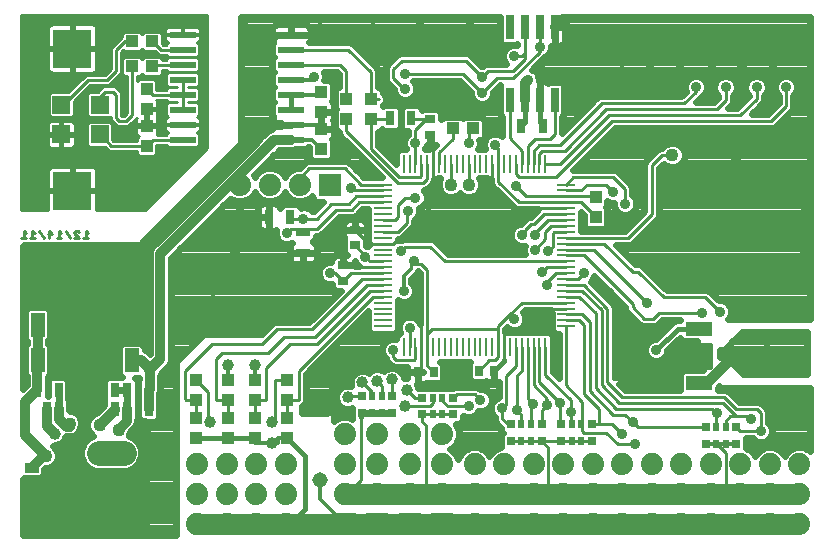
<source format=gbl>
G75*
G70*
%OFA0B0*%
%FSLAX24Y24*%
%IPPOS*%
%LPD*%
%AMOC8*
5,1,8,0,0,1.08239X$1,22.5*
%
%ADD10C,0.0100*%
%ADD11R,0.0260X0.0800*%
%ADD12R,0.0315X0.0472*%
%ADD13R,0.0472X0.0315*%
%ADD14R,0.0433X0.0394*%
%ADD15R,0.0394X0.0433*%
%ADD16C,0.0740*%
%ADD17R,0.0740X0.0740*%
%ADD18R,0.0591X0.0106*%
%ADD19R,0.0106X0.0591*%
%ADD20R,0.0866X0.0236*%
%ADD21R,0.0602X0.0602*%
%ADD22R,0.1306X0.1306*%
%ADD23R,0.0197X0.0276*%
%ADD24R,0.0276X0.0276*%
%ADD25R,0.0472X0.0787*%
%ADD26C,0.0827*%
%ADD27R,0.0480X0.0358*%
%ADD28R,0.0354X0.0276*%
%ADD29R,0.0276X0.0354*%
%ADD30R,0.0880X0.0480*%
%ADD31R,0.0866X0.1417*%
%ADD32C,0.0160*%
%ADD33C,0.0397*%
%ADD34C,0.0500*%
%ADD35C,0.0700*%
%ADD36C,0.0515*%
%ADD37C,0.0120*%
%ADD38C,0.0320*%
%ADD39C,0.0436*%
%ADD40C,0.0240*%
%ADD41C,0.0357*%
D10*
X004544Y003855D02*
X005233Y004544D01*
X005872Y005036D02*
X005872Y005971D01*
X006758Y006857D01*
X008431Y006857D01*
X008923Y007349D01*
X010105Y007349D01*
X011778Y009022D01*
X012467Y009022D01*
X012467Y009219D02*
X011394Y009219D01*
X011138Y008963D01*
X010882Y009219D01*
X010695Y009219D01*
X011138Y009475D02*
X011197Y009416D01*
X012467Y009416D01*
X012467Y009612D02*
X012024Y009612D01*
X011876Y009760D01*
X011876Y009799D01*
X011532Y010144D01*
X011984Y010203D02*
X011532Y010656D01*
X011581Y010705D01*
X011984Y010203D02*
X012467Y010203D01*
X012811Y010203D01*
X014140Y011532D01*
X014140Y011679D01*
X016010Y011679D01*
X016305Y011975D01*
X016896Y011384D01*
X018569Y011384D01*
X018569Y011187D02*
X017831Y011187D01*
X017486Y010843D01*
X017388Y010843D01*
X017191Y010646D01*
X017191Y010597D01*
X017093Y010498D01*
X017536Y010498D02*
X017536Y010547D01*
X017979Y010990D01*
X018569Y010990D01*
X018569Y010794D02*
X018077Y010794D01*
X017880Y010597D01*
X017880Y010351D01*
X017536Y010006D01*
X017979Y009957D02*
X018126Y010105D01*
X018126Y010547D01*
X018175Y010597D01*
X018569Y010597D01*
X018569Y010400D02*
X020636Y010400D01*
X021423Y011187D01*
X021423Y012811D01*
X021768Y013156D01*
X022112Y013156D01*
X020538Y012024D02*
X020144Y012418D01*
X018815Y012418D01*
X018569Y012171D01*
X018569Y011975D02*
X019061Y011975D01*
X019258Y012171D01*
X019898Y012171D01*
X020144Y011925D01*
X020538Y012024D02*
X020538Y011532D01*
X019553Y011768D02*
X019544Y011778D01*
X018569Y011778D01*
X017240Y011778D01*
X016896Y012122D01*
X016994Y012418D02*
X018225Y012418D01*
X020095Y014288D01*
X025410Y014288D01*
X025902Y014780D01*
X025902Y015420D01*
X024918Y015420D02*
X024918Y015026D01*
X024376Y014484D01*
X019996Y014484D01*
X018372Y012860D01*
X017880Y012860D01*
X017683Y012860D02*
X017683Y013205D01*
X017782Y013303D01*
X018520Y013303D01*
X019898Y014681D01*
X023589Y014681D01*
X023884Y014977D01*
X023884Y015420D01*
X022900Y015420D02*
X022900Y015272D01*
X022506Y014878D01*
X019750Y014878D01*
X018372Y013500D01*
X017683Y013500D01*
X017486Y013303D01*
X017486Y012860D01*
X017290Y012860D02*
X017290Y013451D01*
X017536Y013697D01*
X018028Y013697D01*
X018187Y013857D01*
X018187Y014997D01*
X016687Y014997D02*
X016687Y013709D01*
X017093Y013303D01*
X017093Y012860D01*
X016896Y012860D02*
X016896Y012516D01*
X016994Y012418D01*
X016305Y012270D02*
X016305Y012860D01*
X016305Y013402D01*
X016207Y013500D01*
X016109Y012860D02*
X016109Y012171D01*
X016305Y011975D01*
X016305Y012270D02*
X016994Y011581D01*
X018569Y011581D01*
X019071Y011581D01*
X019553Y011099D01*
X019849Y010203D02*
X018569Y010203D01*
X018569Y010006D02*
X019504Y010006D01*
X021276Y008234D01*
X021177Y008234D01*
X020784Y008185D02*
X020784Y008087D01*
X021177Y007693D01*
X021473Y007693D01*
X021670Y007890D01*
X023097Y007890D01*
X023195Y008431D02*
X023687Y007939D01*
X023195Y008431D02*
X021817Y008431D01*
X020981Y009268D01*
X020784Y009268D01*
X019849Y010203D01*
X019160Y009809D02*
X020784Y008185D01*
X019947Y008038D02*
X019160Y008825D01*
X018569Y008825D01*
X018569Y008628D02*
X019110Y008628D01*
X019750Y007988D01*
X019750Y005479D01*
X020341Y004888D01*
X023786Y004888D01*
X024229Y004445D01*
X024179Y004445D01*
X024032Y004445D01*
X023894Y004307D01*
X023894Y004081D01*
X023579Y004081D02*
X023579Y004534D01*
X023589Y004544D01*
X023441Y004691D01*
X020242Y004691D01*
X019553Y005380D01*
X019553Y007890D01*
X019012Y008431D01*
X018569Y008431D01*
X018569Y008234D02*
X017093Y008234D01*
X016699Y007841D01*
X016847Y007693D01*
X016699Y007841D02*
X016305Y007447D01*
X016305Y007299D01*
X016256Y007349D01*
X014091Y007349D01*
X013943Y007201D01*
X013943Y006758D01*
X013943Y006128D01*
X014150Y005921D01*
X013746Y006020D02*
X013648Y005921D01*
X013746Y006020D02*
X013746Y006758D01*
X013746Y007939D01*
X013599Y008087D01*
X013599Y009071D01*
X013402Y009366D02*
X013402Y009514D01*
X013500Y009612D01*
X013402Y009514D02*
X013746Y009514D01*
X013943Y009317D01*
X013943Y006758D01*
X013549Y006758D02*
X013549Y006364D01*
X013500Y006315D01*
X012910Y006315D01*
X012811Y006414D01*
X012811Y006660D01*
X013353Y006758D02*
X013353Y007398D01*
X012467Y008431D02*
X012122Y008431D01*
X009662Y005971D01*
X009662Y004996D01*
X009268Y004996D01*
X009268Y004386D01*
X008874Y004248D02*
X008874Y005666D01*
X009268Y005666D01*
X008579Y006069D02*
X008579Y004996D01*
X008185Y004996D01*
X008185Y004386D01*
X008776Y004248D02*
X008874Y004248D01*
X007299Y004386D02*
X007299Y004996D01*
X006906Y004996D01*
X006906Y006364D01*
X007103Y006561D01*
X008628Y006561D01*
X009170Y007103D01*
X010203Y007103D01*
X011925Y008825D01*
X012467Y008825D01*
X012467Y008628D02*
X012024Y008628D01*
X010252Y006857D01*
X009366Y006857D01*
X008579Y006069D01*
X006640Y005242D02*
X006640Y004317D01*
X006709Y004248D01*
X006217Y004386D02*
X006217Y004996D01*
X005912Y004996D01*
X005872Y005036D01*
X006217Y005666D02*
X006640Y005242D01*
X011286Y005085D02*
X011315Y005114D01*
X011758Y005114D01*
X012112Y005114D02*
X012112Y005242D01*
X011778Y005577D01*
X012270Y005626D02*
X012427Y005469D01*
X012427Y005114D01*
X012782Y005114D02*
X012782Y005656D01*
X012762Y005675D01*
X013254Y005331D02*
X013520Y005065D01*
X013776Y005065D01*
X014130Y005065D02*
X014130Y004878D01*
X014042Y004790D01*
X013205Y004790D01*
X013776Y004514D02*
X013776Y004268D01*
X013894Y004150D01*
X013894Y002000D01*
X014042Y001853D01*
X011729Y002329D02*
X011729Y004435D01*
X013776Y004514D02*
X014130Y004514D01*
X014445Y004514D01*
X014799Y004514D01*
X014628Y004790D02*
X015321Y004790D01*
X015518Y005183D02*
X015715Y004986D01*
X015518Y005183D02*
X014918Y005183D01*
X014799Y005065D01*
X014628Y004790D02*
X014445Y004972D01*
X014445Y005065D01*
X015656Y005971D02*
X016000Y006315D01*
X016207Y006315D01*
X016305Y006414D01*
X016305Y006758D01*
X016305Y007299D01*
X016502Y007152D02*
X016699Y007349D01*
X017388Y007349D01*
X018077Y008038D01*
X018569Y008038D01*
X018569Y007841D02*
X019110Y007841D01*
X019357Y007595D01*
X019357Y005282D01*
X020144Y004494D01*
X020538Y004494D01*
X020784Y004248D01*
X020951Y004081D01*
X023225Y004081D01*
X023579Y003530D02*
X023589Y003530D01*
X023884Y003234D01*
X023884Y001902D01*
X023933Y001853D01*
X024376Y003953D02*
X024494Y003953D01*
X024524Y003953D01*
X025065Y003953D01*
X025065Y004544D01*
X024918Y004691D01*
X024229Y004691D01*
X023835Y005085D01*
X020439Y005085D01*
X019947Y005577D01*
X019947Y008038D01*
X020117Y007398D02*
X021030Y007398D01*
X021030Y005675D01*
X020117Y005675D01*
X020117Y007398D01*
X020117Y007357D02*
X021030Y007357D01*
X021030Y007259D02*
X020117Y007259D01*
X020117Y007160D02*
X021030Y007160D01*
X021030Y007062D02*
X020117Y007062D01*
X020117Y006963D02*
X021030Y006963D01*
X021030Y006864D02*
X020117Y006864D01*
X020117Y006766D02*
X021030Y006766D01*
X021030Y006667D02*
X020117Y006667D01*
X020117Y006569D02*
X021030Y006569D01*
X021030Y006470D02*
X020117Y006470D01*
X020117Y006372D02*
X021030Y006372D01*
X021030Y006273D02*
X020117Y006273D01*
X020117Y006175D02*
X021030Y006175D01*
X021030Y006076D02*
X020117Y006076D01*
X020117Y005978D02*
X021030Y005978D01*
X021030Y005879D02*
X020117Y005879D01*
X020117Y005780D02*
X021030Y005780D01*
X021030Y005682D02*
X020117Y005682D01*
X019160Y005183D02*
X019652Y004691D01*
X019652Y004179D01*
X019425Y004179D01*
X019652Y004179D02*
X020114Y004179D01*
X020439Y003855D01*
X020292Y003510D02*
X020882Y003510D01*
X020292Y003510D02*
X019898Y003904D01*
X019160Y003904D01*
X019110Y003953D01*
X019110Y004219D01*
X019110Y004937D01*
X018569Y005479D01*
X018569Y007447D01*
X018569Y007644D02*
X019012Y007644D01*
X019160Y007496D01*
X019160Y005183D01*
X018717Y004986D02*
X017880Y005823D01*
X017880Y006758D01*
X017683Y006758D02*
X017683Y005577D01*
X018372Y004888D01*
X018372Y004209D01*
X018402Y004179D01*
X018717Y004219D02*
X018717Y004593D01*
X018717Y004986D01*
X018372Y004888D02*
X018372Y004691D01*
X017929Y004839D02*
X017752Y004662D01*
X017752Y004179D01*
X017398Y004179D02*
X017398Y004799D01*
X017462Y004863D01*
X017290Y005036D01*
X017290Y006758D01*
X017486Y006758D02*
X017486Y005479D01*
X017929Y005036D01*
X017929Y004839D01*
X017462Y004863D02*
X017437Y004888D01*
X017083Y004504D02*
X016945Y004642D01*
X016945Y005823D01*
X017093Y005971D01*
X017093Y006758D01*
X016896Y006758D02*
X016896Y006118D01*
X016576Y005798D01*
X016576Y004863D01*
X016453Y004740D01*
X016428Y004716D01*
X016428Y004371D01*
X016620Y004179D01*
X016729Y004179D01*
X017083Y004179D02*
X017083Y004504D01*
X017083Y003628D02*
X016729Y003628D01*
X017083Y003628D02*
X017398Y003628D01*
X017752Y003628D01*
X017979Y003401D01*
X017979Y001853D01*
X017752Y003628D02*
X018402Y003628D01*
X018756Y003628D01*
X019071Y003628D01*
X019425Y003628D01*
X019071Y004179D02*
X019110Y004219D01*
X018756Y004179D02*
X018717Y004219D01*
X016502Y006315D02*
X016502Y006758D01*
X016502Y007152D01*
X017929Y008825D02*
X017929Y008923D01*
X018225Y009219D01*
X018569Y009219D01*
X018569Y009416D02*
X017929Y009416D01*
X017782Y009268D01*
X018569Y009022D02*
X018963Y009022D01*
X019160Y009219D01*
X018569Y009612D02*
X014534Y009612D01*
X014042Y010105D01*
X013205Y010105D01*
X013057Y009957D01*
X012959Y010597D02*
X012467Y010597D01*
X012467Y010990D02*
X012860Y010990D01*
X012959Y011089D01*
X012959Y011483D01*
X013205Y011729D01*
X013549Y011729D01*
X013303Y011286D02*
X013254Y011286D01*
X013254Y010892D01*
X012959Y010597D01*
X012467Y011581D02*
X011679Y011581D01*
X011433Y011335D01*
X010892Y011335D01*
X010252Y010695D01*
X009721Y010695D01*
X009416Y010695D01*
X009268Y010547D01*
X009721Y010695D02*
X009809Y010607D01*
X009809Y011040D02*
X009425Y011040D01*
X009376Y011089D01*
X009809Y011040D02*
X010252Y011040D01*
X010744Y011532D01*
X011335Y011532D01*
X011581Y011778D01*
X012467Y011778D01*
X012467Y011975D02*
X011483Y011975D01*
X011384Y012073D01*
X011729Y012171D02*
X012467Y012171D01*
X012959Y012221D02*
X011236Y013943D01*
X011236Y014347D01*
X011236Y015016D02*
X011236Y015961D01*
X011028Y016170D01*
X009406Y016170D01*
X009406Y016670D02*
X011315Y016670D01*
X012073Y015912D01*
X012073Y015016D01*
X012319Y015016D01*
X012073Y014347D02*
X012703Y014347D01*
X012703Y014386D01*
X012073Y014347D02*
X012073Y013353D01*
X013008Y012418D01*
X013697Y012418D01*
X013746Y012467D01*
X013746Y012860D01*
X013549Y012860D02*
X013549Y013549D01*
X013549Y013992D01*
X013904Y014347D01*
X014042Y014347D01*
X013412Y014347D01*
X013412Y014386D01*
X014042Y013835D02*
X014140Y013736D01*
X014140Y012860D01*
X014140Y011679D01*
X013796Y012221D02*
X012959Y012221D01*
X013796Y012221D02*
X013943Y012368D01*
X013943Y012860D01*
X014337Y012860D02*
X014337Y013254D01*
X014790Y013707D01*
X014790Y014042D01*
X015321Y013904D02*
X015459Y014042D01*
X015321Y013904D02*
X015321Y013549D01*
X015321Y012860D02*
X015321Y012171D01*
X014731Y012171D02*
X014731Y012860D01*
X011729Y012171D02*
X011187Y012713D01*
X010006Y012713D01*
X009695Y012402D01*
X009695Y012171D01*
X006610Y013402D02*
X004544Y011335D01*
X002915Y011335D01*
X002915Y011917D01*
X002163Y011917D01*
X002163Y012017D01*
X002915Y012017D01*
X002915Y012639D01*
X002905Y012677D01*
X002885Y012712D01*
X002857Y012740D01*
X002823Y012759D01*
X002785Y012769D01*
X002162Y012769D01*
X002162Y012017D01*
X002062Y012017D01*
X002062Y011917D01*
X001310Y011917D01*
X001310Y011335D01*
X000412Y011335D01*
X000412Y017829D01*
X006610Y017829D01*
X006610Y013402D01*
X006577Y013368D02*
X004910Y013368D01*
X004910Y013270D02*
X006478Y013270D01*
X006380Y013171D02*
X004886Y013171D01*
X004910Y013195D02*
X004839Y013124D01*
X004346Y013124D01*
X004276Y013195D01*
X004276Y013291D01*
X003331Y013291D01*
X003232Y013390D01*
X003199Y013424D01*
X002667Y013424D01*
X002597Y013494D01*
X002597Y014196D01*
X002667Y014266D01*
X003369Y014266D01*
X003439Y014196D01*
X003439Y013664D01*
X003472Y013631D01*
X004276Y013631D01*
X004276Y013727D01*
X004328Y013779D01*
X004304Y013794D01*
X004276Y013821D01*
X004256Y013856D01*
X004246Y013894D01*
X004246Y014082D01*
X004544Y014082D01*
X004544Y014179D01*
X004544Y014325D01*
X004544Y014642D01*
X004641Y014642D01*
X004641Y014325D01*
X004641Y014179D01*
X004544Y014179D01*
X004246Y014179D01*
X004246Y014366D01*
X004254Y014398D01*
X004074Y014217D01*
X003974Y014118D01*
X003728Y014118D01*
X003587Y014118D01*
X003489Y014216D01*
X003389Y014316D01*
X003389Y014428D01*
X003369Y014408D01*
X002667Y014408D01*
X002597Y014478D01*
X002597Y015180D01*
X002667Y015250D01*
X002953Y015250D01*
X003144Y015442D01*
X003285Y015442D01*
X003531Y015442D01*
X003631Y015342D01*
X003729Y015244D01*
X003729Y015103D01*
X003729Y014458D01*
X003833Y014458D01*
X003940Y014565D01*
X003940Y015792D01*
X003844Y015792D01*
X003774Y015862D01*
X003774Y016355D01*
X003844Y016425D01*
X004377Y016425D01*
X004445Y016357D01*
X004514Y016425D01*
X005046Y016425D01*
X005116Y016355D01*
X005116Y016339D01*
X005233Y016339D01*
X005301Y016408D01*
X006266Y016408D01*
X006337Y016337D01*
X006337Y016002D01*
X006266Y015931D01*
X005301Y015931D01*
X005233Y016000D01*
X005116Y016000D01*
X005116Y015862D01*
X005046Y015792D01*
X004514Y015792D01*
X004445Y015860D01*
X004377Y015792D01*
X004280Y015792D01*
X004280Y015631D01*
X004346Y015697D01*
X004839Y015697D01*
X004910Y015627D01*
X004910Y015339D01*
X005233Y015339D01*
X005301Y015408D01*
X005614Y015408D01*
X005614Y015431D01*
X005301Y015431D01*
X005231Y015502D01*
X005231Y015837D01*
X005301Y015908D01*
X006266Y015908D01*
X006337Y015837D01*
X006337Y015502D01*
X006266Y015431D01*
X005954Y015431D01*
X005954Y015408D01*
X006266Y015408D01*
X006337Y015337D01*
X006337Y015002D01*
X006266Y014931D01*
X005954Y014931D01*
X005954Y014908D01*
X006266Y014908D01*
X006337Y014837D01*
X006337Y014502D01*
X006266Y014431D01*
X006259Y014431D01*
X006275Y014427D01*
X006309Y014408D01*
X006337Y014380D01*
X006356Y014346D01*
X006367Y014307D01*
X006367Y014179D01*
X005793Y014179D01*
X005793Y014160D01*
X006367Y014160D01*
X006367Y014032D01*
X006356Y013994D01*
X006337Y013959D01*
X006309Y013931D01*
X006275Y013912D01*
X006259Y013908D01*
X006266Y013908D01*
X006337Y013837D01*
X006337Y013502D01*
X006266Y013431D01*
X005301Y013431D01*
X005233Y013500D01*
X004910Y013500D01*
X004910Y013195D01*
X004910Y013467D02*
X005265Y013467D01*
X005233Y013839D02*
X004920Y013839D01*
X004929Y013856D01*
X004940Y013894D01*
X004940Y014082D01*
X004641Y014082D01*
X004641Y014179D01*
X004940Y014179D01*
X004940Y014366D01*
X004929Y014405D01*
X004926Y014411D01*
X004929Y014417D01*
X004940Y014455D01*
X004940Y014643D01*
X004641Y014643D01*
X004641Y014740D01*
X004940Y014740D01*
X004940Y014927D01*
X004929Y014966D01*
X004910Y015000D01*
X005233Y015000D01*
X005301Y014931D01*
X005614Y014931D01*
X005614Y014908D01*
X005301Y014908D01*
X005231Y014837D01*
X005231Y014502D01*
X005301Y014431D01*
X005308Y014431D01*
X005293Y014427D01*
X005259Y014408D01*
X005231Y014380D01*
X005211Y014346D01*
X005201Y014307D01*
X005201Y014179D01*
X005774Y014179D01*
X005774Y014160D01*
X005201Y014160D01*
X005201Y014032D01*
X005211Y013994D01*
X005231Y013959D01*
X005259Y013931D01*
X005293Y013912D01*
X005308Y013908D01*
X005301Y013908D01*
X005233Y013839D01*
X005254Y013861D02*
X004931Y013861D01*
X004940Y013960D02*
X005230Y013960D01*
X005201Y014058D02*
X004940Y014058D01*
X004940Y014255D02*
X005201Y014255D01*
X005201Y014157D02*
X004641Y014157D01*
X004544Y014157D02*
X004013Y014157D01*
X004112Y014255D02*
X004246Y014255D01*
X004246Y014354D02*
X004210Y014354D01*
X004110Y014494D02*
X003904Y014288D01*
X003658Y014288D01*
X003559Y014386D01*
X003559Y015173D01*
X003461Y015272D01*
X003215Y015272D01*
X003018Y015075D01*
X003018Y014829D01*
X002597Y014846D02*
X002159Y014846D01*
X002159Y014748D02*
X002597Y014748D01*
X002597Y014649D02*
X002159Y014649D01*
X002159Y014551D02*
X002597Y014551D01*
X002623Y014452D02*
X002134Y014452D01*
X002159Y014478D02*
X002159Y014960D01*
X002695Y015496D01*
X003334Y015496D01*
X003434Y015595D01*
X003434Y015595D01*
X003630Y015791D01*
X003729Y015890D01*
X003729Y016579D01*
X003811Y016661D01*
X003844Y016628D01*
X004377Y016628D01*
X004445Y016697D01*
X004514Y016628D01*
X004856Y016628D01*
X004885Y016599D01*
X004985Y016500D01*
X005233Y016500D01*
X005301Y016431D01*
X006266Y016431D01*
X006337Y016502D01*
X006337Y016837D01*
X006266Y016908D01*
X006259Y016908D01*
X006275Y016912D01*
X006309Y016931D01*
X006337Y016959D01*
X006356Y016994D01*
X006367Y017032D01*
X006367Y017160D01*
X005793Y017160D01*
X005793Y017179D01*
X005775Y017179D01*
X005775Y017438D01*
X005331Y017438D01*
X005293Y017427D01*
X005259Y017408D01*
X005231Y017380D01*
X005211Y017346D01*
X005201Y017307D01*
X005201Y017179D01*
X005774Y017179D01*
X005774Y017160D01*
X005201Y017160D01*
X005201Y017032D01*
X005211Y016994D01*
X005231Y016959D01*
X005259Y016931D01*
X005293Y016912D01*
X005308Y016908D01*
X005301Y016908D01*
X005233Y016839D01*
X005126Y016839D01*
X005116Y016849D01*
X005116Y017192D01*
X005046Y017262D01*
X004514Y017262D01*
X004445Y017194D01*
X004377Y017262D01*
X003844Y017262D01*
X003774Y017192D01*
X003774Y017105D01*
X003685Y017016D01*
X003389Y016720D01*
X003389Y016579D01*
X003389Y016031D01*
X003194Y015836D01*
X002554Y015836D01*
X002454Y015736D01*
X001968Y015250D01*
X001388Y015250D01*
X001317Y015180D01*
X001317Y014478D01*
X001388Y014408D01*
X002089Y014408D01*
X002159Y014478D01*
X002097Y014286D02*
X002059Y014296D01*
X001779Y014296D01*
X001779Y013886D01*
X001698Y013886D01*
X001698Y014296D01*
X001418Y014296D01*
X001379Y014286D01*
X001345Y014266D01*
X001317Y014238D01*
X001298Y014204D01*
X001287Y014166D01*
X001287Y013885D01*
X001698Y013885D01*
X001698Y013804D01*
X001779Y013804D01*
X001779Y013394D01*
X002059Y013394D01*
X002097Y013404D01*
X002132Y013424D01*
X002160Y013451D01*
X002179Y013486D01*
X002189Y013524D01*
X002189Y013804D01*
X001779Y013804D01*
X001779Y013885D01*
X002189Y013885D01*
X002189Y014166D01*
X002179Y014204D01*
X002160Y014238D01*
X002132Y014266D01*
X002097Y014286D01*
X002142Y014255D02*
X002657Y014255D01*
X002597Y014157D02*
X002189Y014157D01*
X002189Y014058D02*
X002597Y014058D01*
X002597Y013960D02*
X002189Y013960D01*
X002189Y013762D02*
X002597Y013762D01*
X002597Y013664D02*
X002189Y013664D01*
X002189Y013565D02*
X002597Y013565D01*
X002624Y013467D02*
X002168Y013467D01*
X001779Y013467D02*
X001698Y013467D01*
X001698Y013394D02*
X001418Y013394D01*
X001379Y013404D01*
X001345Y013424D01*
X001317Y013451D01*
X001298Y013486D01*
X001287Y013524D01*
X001287Y013804D01*
X001698Y013804D01*
X001698Y013394D01*
X001698Y013565D02*
X001779Y013565D01*
X001779Y013664D02*
X001698Y013664D01*
X001698Y013762D02*
X001779Y013762D01*
X001779Y013861D02*
X002597Y013861D01*
X003018Y013845D02*
X003402Y013461D01*
X004593Y013461D01*
X004801Y013670D01*
X005784Y013670D01*
X006337Y013664D02*
X006610Y013664D01*
X006610Y013762D02*
X006337Y013762D01*
X006313Y013861D02*
X006610Y013861D01*
X006610Y013960D02*
X006337Y013960D01*
X006367Y014058D02*
X006610Y014058D01*
X006610Y014157D02*
X006367Y014157D01*
X006367Y014255D02*
X006610Y014255D01*
X006610Y014354D02*
X006352Y014354D01*
X006287Y014452D02*
X006610Y014452D01*
X006610Y014551D02*
X006337Y014551D01*
X006337Y014649D02*
X006610Y014649D01*
X006610Y014748D02*
X006337Y014748D01*
X006328Y014846D02*
X006610Y014846D01*
X006610Y014945D02*
X006280Y014945D01*
X006337Y015044D02*
X006610Y015044D01*
X006610Y015142D02*
X006337Y015142D01*
X006337Y015241D02*
X006610Y015241D01*
X006610Y015339D02*
X006335Y015339D01*
X006273Y015438D02*
X006610Y015438D01*
X006610Y015536D02*
X006337Y015536D01*
X006337Y015635D02*
X006610Y015635D01*
X006610Y015733D02*
X006337Y015733D01*
X006337Y015832D02*
X006610Y015832D01*
X006610Y015930D02*
X005116Y015930D01*
X005086Y015832D02*
X005231Y015832D01*
X005231Y015733D02*
X004280Y015733D01*
X004280Y015635D02*
X004284Y015635D01*
X004417Y015832D02*
X004473Y015832D01*
X004780Y016109D02*
X004841Y016170D01*
X005784Y016170D01*
X005784Y015670D02*
X005784Y015170D01*
X004784Y015170D01*
X004593Y015360D01*
X004910Y015438D02*
X005295Y015438D01*
X005231Y015536D02*
X004910Y015536D01*
X004901Y015635D02*
X005231Y015635D01*
X005784Y015170D02*
X005784Y014670D01*
X005280Y014452D02*
X004939Y014452D01*
X004940Y014354D02*
X005216Y014354D01*
X005231Y014551D02*
X004940Y014551D01*
X004940Y014748D02*
X005231Y014748D01*
X005231Y014649D02*
X004641Y014649D01*
X004641Y014551D02*
X004544Y014551D01*
X004544Y014452D02*
X004641Y014452D01*
X004641Y014354D02*
X004544Y014354D01*
X004544Y014255D02*
X004641Y014255D01*
X004246Y014058D02*
X003439Y014058D01*
X003439Y013960D02*
X004246Y013960D01*
X004255Y013861D02*
X003439Y013861D01*
X003439Y013762D02*
X004311Y013762D01*
X004276Y013664D02*
X003439Y013664D01*
X003254Y013368D02*
X000412Y013368D01*
X000412Y013270D02*
X004276Y013270D01*
X004299Y013171D02*
X000412Y013171D01*
X000412Y013073D02*
X006281Y013073D01*
X006183Y012974D02*
X000412Y012974D01*
X000412Y012876D02*
X006084Y012876D01*
X005986Y012777D02*
X000412Y012777D01*
X000412Y012679D02*
X001321Y012679D01*
X001320Y012677D02*
X001310Y012639D01*
X001310Y012017D01*
X002062Y012017D01*
X002062Y012769D01*
X001440Y012769D01*
X001402Y012759D01*
X001368Y012740D01*
X001340Y012712D01*
X001320Y012677D01*
X001310Y012580D02*
X000412Y012580D01*
X000412Y012481D02*
X001310Y012481D01*
X001310Y012383D02*
X000412Y012383D01*
X000412Y012284D02*
X001310Y012284D01*
X001310Y012186D02*
X000412Y012186D01*
X000412Y012087D02*
X001310Y012087D01*
X001310Y011890D02*
X000412Y011890D01*
X000412Y011792D02*
X001310Y011792D01*
X001310Y011693D02*
X000412Y011693D01*
X000412Y011595D02*
X001310Y011595D01*
X001310Y011496D02*
X000412Y011496D01*
X000412Y011397D02*
X001310Y011397D01*
X002062Y011989D02*
X000412Y011989D01*
X002062Y012087D02*
X002162Y012087D01*
X002163Y011989D02*
X005197Y011989D01*
X005099Y011890D02*
X002915Y011890D01*
X002915Y011792D02*
X005000Y011792D01*
X004902Y011693D02*
X002915Y011693D01*
X002915Y011595D02*
X004803Y011595D01*
X004705Y011496D02*
X002915Y011496D01*
X002915Y011397D02*
X004606Y011397D01*
X005296Y012087D02*
X002915Y012087D01*
X002915Y012186D02*
X005394Y012186D01*
X005493Y012284D02*
X002915Y012284D01*
X002915Y012383D02*
X005592Y012383D01*
X005690Y012481D02*
X002915Y012481D01*
X002915Y012580D02*
X005789Y012580D01*
X005887Y012679D02*
X002904Y012679D01*
X002162Y012679D02*
X002062Y012679D01*
X002062Y012580D02*
X002162Y012580D01*
X002162Y012481D02*
X002062Y012481D01*
X002062Y012383D02*
X002162Y012383D01*
X002162Y012284D02*
X002062Y012284D01*
X002062Y012186D02*
X002162Y012186D01*
X001308Y013467D02*
X000412Y013467D01*
X000412Y013565D02*
X001287Y013565D01*
X001287Y013664D02*
X000412Y013664D01*
X000412Y013762D02*
X001287Y013762D01*
X001287Y013960D02*
X000412Y013960D01*
X000412Y014058D02*
X001287Y014058D01*
X001287Y014157D02*
X000412Y014157D01*
X000412Y014255D02*
X001335Y014255D01*
X001343Y014452D02*
X000412Y014452D01*
X000412Y014354D02*
X003389Y014354D01*
X003379Y014255D02*
X003450Y014255D01*
X003439Y014157D02*
X003548Y014157D01*
X003729Y014551D02*
X003927Y014551D01*
X003940Y014649D02*
X003729Y014649D01*
X003729Y014748D02*
X003940Y014748D01*
X003940Y014846D02*
X003729Y014846D01*
X003729Y014945D02*
X003940Y014945D01*
X003940Y015044D02*
X003729Y015044D01*
X003729Y015142D02*
X003940Y015142D01*
X003940Y015241D02*
X003729Y015241D01*
X003634Y015339D02*
X003940Y015339D01*
X003940Y015438D02*
X003535Y015438D01*
X003375Y015536D02*
X003940Y015536D01*
X003940Y015635D02*
X003474Y015635D01*
X003572Y015733D02*
X003940Y015733D01*
X003804Y015832D02*
X003671Y015832D01*
X003630Y015791D02*
X003630Y015791D01*
X003729Y015930D02*
X003774Y015930D01*
X003774Y016029D02*
X003729Y016029D01*
X003729Y016128D02*
X003774Y016128D01*
X003774Y016226D02*
X003729Y016226D01*
X003729Y016325D02*
X003774Y016325D01*
X003729Y016423D02*
X003842Y016423D01*
X003729Y016522D02*
X004963Y016522D01*
X005048Y016423D02*
X006610Y016423D01*
X006610Y016325D02*
X006337Y016325D01*
X006337Y016226D02*
X006610Y016226D01*
X006610Y016128D02*
X006337Y016128D01*
X006337Y016029D02*
X006610Y016029D01*
X006610Y016522D02*
X006337Y016522D01*
X006337Y016620D02*
X006610Y016620D01*
X006610Y016719D02*
X006337Y016719D01*
X006337Y016817D02*
X006610Y016817D01*
X006610Y016916D02*
X006282Y016916D01*
X006362Y017014D02*
X006610Y017014D01*
X006610Y017113D02*
X006367Y017113D01*
X006367Y017179D02*
X006367Y017307D01*
X006356Y017346D01*
X006337Y017380D01*
X006309Y017408D01*
X006275Y017427D01*
X006236Y017438D01*
X005793Y017438D01*
X005793Y017179D01*
X006367Y017179D01*
X006367Y017211D02*
X006610Y017211D01*
X006610Y017310D02*
X006366Y017310D01*
X006307Y017409D02*
X006610Y017409D01*
X006610Y017507D02*
X002794Y017507D01*
X002785Y017510D02*
X002162Y017510D01*
X002162Y016757D01*
X002062Y016757D01*
X002062Y016657D01*
X001310Y016657D01*
X001310Y016034D01*
X001320Y015996D01*
X001340Y015962D01*
X001368Y015934D01*
X001402Y015914D01*
X001440Y015904D01*
X002062Y015904D01*
X002062Y016657D01*
X002162Y016657D01*
X002162Y015904D01*
X002785Y015904D01*
X002823Y015914D01*
X002857Y015934D01*
X002885Y015962D01*
X002905Y015996D01*
X002915Y016034D01*
X002915Y016657D01*
X002163Y016657D01*
X002163Y016757D01*
X002915Y016757D01*
X002915Y017379D01*
X002905Y017418D01*
X002885Y017452D01*
X002857Y017480D01*
X002823Y017499D01*
X002785Y017510D01*
X002907Y017409D02*
X005260Y017409D01*
X005201Y017310D02*
X002915Y017310D01*
X002915Y017211D02*
X003794Y017211D01*
X003774Y017113D02*
X002915Y017113D01*
X002915Y017014D02*
X003683Y017014D01*
X003585Y016916D02*
X002915Y016916D01*
X002915Y016817D02*
X003486Y016817D01*
X003389Y016719D02*
X002163Y016719D01*
X002162Y016817D02*
X002062Y016817D01*
X002062Y016757D02*
X002062Y017510D01*
X001440Y017510D01*
X001402Y017499D01*
X001368Y017480D01*
X001340Y017452D01*
X001320Y017418D01*
X001310Y017379D01*
X001310Y016757D01*
X002062Y016757D01*
X002062Y016719D02*
X000412Y016719D01*
X000412Y016817D02*
X001310Y016817D01*
X001310Y016916D02*
X000412Y016916D01*
X000412Y017014D02*
X001310Y017014D01*
X001310Y017113D02*
X000412Y017113D01*
X000412Y017211D02*
X001310Y017211D01*
X001310Y017310D02*
X000412Y017310D01*
X000412Y017409D02*
X001318Y017409D01*
X001431Y017507D02*
X000412Y017507D01*
X000412Y017606D02*
X006610Y017606D01*
X006610Y017704D02*
X000412Y017704D01*
X000412Y017803D02*
X006610Y017803D01*
X005793Y017409D02*
X005775Y017409D01*
X005775Y017310D02*
X005793Y017310D01*
X005793Y017211D02*
X005775Y017211D01*
X005784Y016670D02*
X005055Y016670D01*
X004780Y016945D01*
X005116Y016916D02*
X005285Y016916D01*
X005205Y017014D02*
X005116Y017014D01*
X005116Y017113D02*
X005201Y017113D01*
X005201Y017211D02*
X005096Y017211D01*
X004463Y017211D02*
X004427Y017211D01*
X004110Y016945D02*
X003855Y016945D01*
X003559Y016650D01*
X003559Y015961D01*
X003264Y015666D01*
X002624Y015666D01*
X001788Y014829D01*
X001738Y014829D01*
X002159Y014945D02*
X002597Y014945D01*
X002597Y015044D02*
X002243Y015044D01*
X002341Y015142D02*
X002597Y015142D01*
X002658Y015241D02*
X002440Y015241D01*
X002538Y015339D02*
X003042Y015339D01*
X003140Y015438D02*
X002637Y015438D01*
X002353Y015635D02*
X000412Y015635D01*
X000412Y015733D02*
X002452Y015733D01*
X002550Y015832D02*
X000412Y015832D01*
X000412Y015930D02*
X001374Y015930D01*
X001311Y016029D02*
X000412Y016029D01*
X000412Y016128D02*
X001310Y016128D01*
X001310Y016226D02*
X000412Y016226D01*
X000412Y016325D02*
X001310Y016325D01*
X001310Y016423D02*
X000412Y016423D01*
X000412Y016522D02*
X001310Y016522D01*
X001310Y016620D02*
X000412Y016620D01*
X000412Y015536D02*
X002255Y015536D01*
X002156Y015438D02*
X000412Y015438D01*
X000412Y015339D02*
X002057Y015339D01*
X001378Y015241D02*
X000412Y015241D01*
X000412Y015142D02*
X001317Y015142D01*
X001317Y015044D02*
X000412Y015044D01*
X000412Y014945D02*
X001317Y014945D01*
X001317Y014846D02*
X000412Y014846D01*
X000412Y014748D02*
X001317Y014748D01*
X001317Y014649D02*
X000412Y014649D01*
X000412Y014551D02*
X001317Y014551D01*
X001698Y014255D02*
X001779Y014255D01*
X001779Y014157D02*
X001698Y014157D01*
X001698Y014058D02*
X001779Y014058D01*
X001779Y013960D02*
X001698Y013960D01*
X001698Y013861D02*
X000412Y013861D01*
X002062Y015930D02*
X002162Y015930D01*
X002162Y016029D02*
X002062Y016029D01*
X002062Y016128D02*
X002162Y016128D01*
X002162Y016226D02*
X002062Y016226D01*
X002062Y016325D02*
X002162Y016325D01*
X002162Y016423D02*
X002062Y016423D01*
X002062Y016522D02*
X002162Y016522D01*
X002162Y016620D02*
X002062Y016620D01*
X002062Y016916D02*
X002162Y016916D01*
X002162Y017014D02*
X002062Y017014D01*
X002062Y017113D02*
X002162Y017113D01*
X002162Y017211D02*
X002062Y017211D01*
X002062Y017310D02*
X002162Y017310D01*
X002162Y017409D02*
X002062Y017409D01*
X002062Y017507D02*
X002162Y017507D01*
X002915Y016620D02*
X003389Y016620D01*
X003389Y016522D02*
X002915Y016522D01*
X002915Y016423D02*
X003389Y016423D01*
X003389Y016325D02*
X002915Y016325D01*
X002915Y016226D02*
X003389Y016226D01*
X003389Y016128D02*
X002915Y016128D01*
X002914Y016029D02*
X003387Y016029D01*
X003289Y015930D02*
X002851Y015930D01*
X003770Y016620D02*
X004864Y016620D01*
X004511Y016423D02*
X004379Y016423D01*
X004110Y016109D02*
X004110Y014494D01*
X004940Y014846D02*
X005240Y014846D01*
X005287Y014945D02*
X004935Y014945D01*
X006337Y013565D02*
X006610Y013565D01*
X006610Y013467D02*
X006302Y013467D01*
X009406Y015170D02*
X009662Y015170D01*
X009788Y015170D01*
X012811Y015715D02*
X012811Y016010D01*
X013107Y016305D01*
X015223Y016305D01*
X015764Y015764D01*
X015961Y015961D01*
X016797Y015961D01*
X017187Y016351D01*
X017187Y016551D01*
X017089Y016453D01*
X016847Y016453D01*
X017187Y016551D02*
X017187Y017417D01*
X017687Y017417D02*
X017687Y016748D01*
X017687Y016605D01*
X016797Y015715D01*
X016256Y015715D01*
X015764Y015223D01*
X015124Y015862D01*
X013205Y015862D01*
X012811Y015715D02*
X013156Y015370D01*
X013205Y015370D01*
X018569Y009809D02*
X019160Y009809D01*
X022408Y006857D02*
X023392Y006857D01*
X023392Y006071D01*
X023390Y006069D01*
X022408Y006069D01*
X022408Y006857D01*
X022408Y006766D02*
X023392Y006766D01*
X023392Y006667D02*
X022408Y006667D01*
X022408Y006569D02*
X023392Y006569D01*
X023392Y006470D02*
X022408Y006470D01*
X022408Y006372D02*
X023392Y006372D01*
X023392Y006273D02*
X022408Y006273D01*
X022408Y006175D02*
X023392Y006175D01*
X023392Y006076D02*
X022408Y006076D01*
X024229Y004445D02*
X024622Y004445D01*
X024721Y004347D01*
X024376Y003953D02*
X024248Y004081D01*
X011729Y002329D02*
X011252Y001853D01*
X011187Y001853D01*
X002623Y010401D02*
X002477Y010401D01*
X002550Y010401D02*
X002550Y010621D01*
X002623Y010547D01*
X002329Y010584D02*
X002292Y010621D01*
X002219Y010621D01*
X002182Y010584D01*
X002182Y010547D01*
X002329Y010401D01*
X002182Y010401D01*
X002034Y010401D02*
X001887Y010621D01*
X001740Y010547D02*
X001666Y010621D01*
X001666Y010401D01*
X001593Y010401D02*
X001740Y010401D01*
X001445Y010511D02*
X001298Y010511D01*
X001335Y010401D02*
X001335Y010621D01*
X001445Y010511D01*
X001150Y010401D02*
X001003Y010621D01*
X000856Y010547D02*
X000782Y010621D01*
X000782Y010401D01*
X000709Y010401D02*
X000856Y010401D01*
X000561Y010401D02*
X000414Y010401D01*
X000488Y010401D02*
X000488Y010621D01*
X000561Y010547D01*
D11*
X016687Y014997D03*
X017187Y014997D03*
X017687Y014997D03*
X018187Y014997D03*
X018187Y017417D03*
X017687Y017417D03*
X017187Y017417D03*
X016687Y017417D03*
D12*
X013412Y014386D03*
X012703Y014386D03*
X017083Y014140D03*
X017792Y014140D03*
X009376Y011089D03*
X008668Y011089D03*
X004652Y005331D03*
X004652Y004691D03*
X003943Y004691D03*
X003520Y004691D03*
X002811Y004691D03*
X002388Y004691D03*
X001679Y004691D03*
X001256Y004691D03*
X000547Y004691D03*
X000941Y005331D03*
X001650Y005331D03*
X002811Y005331D03*
X003520Y005331D03*
X003943Y005331D03*
D13*
X009809Y009898D03*
X009809Y010607D03*
D14*
X014790Y014042D03*
X015459Y014042D03*
X004780Y016109D03*
X004110Y016109D03*
X004110Y016945D03*
X004780Y016945D03*
D15*
X004593Y015360D03*
X004593Y014691D03*
X004593Y014130D03*
X004593Y013461D03*
X010400Y013362D03*
X010400Y014032D03*
X010400Y014593D03*
X011236Y014347D03*
X011236Y015016D03*
X012073Y015016D03*
X012073Y014347D03*
X010400Y015262D03*
X019553Y011768D03*
X019553Y011099D03*
X009268Y005666D03*
X009268Y004996D03*
X009268Y004386D03*
X009268Y003717D03*
X008185Y003717D03*
X008185Y004386D03*
X008185Y004996D03*
X008185Y005666D03*
X007299Y005666D03*
X007299Y004996D03*
X007299Y004386D03*
X007299Y003717D03*
X006217Y003717D03*
X006217Y004386D03*
X006217Y004996D03*
X006217Y005666D03*
D16*
X006266Y002853D03*
X007250Y002853D03*
X008234Y002853D03*
X009219Y002853D03*
X009219Y001853D03*
X008234Y001853D03*
X007250Y001853D03*
X006266Y001853D03*
X006266Y000853D03*
X007250Y000853D03*
X008234Y000853D03*
X009219Y000853D03*
X011187Y001853D03*
X012270Y001853D03*
X013353Y001853D03*
X014435Y001853D03*
X015518Y001853D03*
X016502Y001853D03*
X017486Y001853D03*
X018471Y001853D03*
X019455Y001853D03*
X020439Y001853D03*
X021423Y001853D03*
X022408Y001853D03*
X023392Y001853D03*
X024376Y001853D03*
X025360Y001853D03*
X026345Y001853D03*
X026345Y002853D03*
X025360Y002853D03*
X024376Y002853D03*
X023392Y002853D03*
X022408Y002853D03*
X021423Y002853D03*
X020439Y002853D03*
X019455Y002853D03*
X018471Y002853D03*
X017486Y002853D03*
X016502Y002853D03*
X015518Y002853D03*
X014435Y002853D03*
X014435Y003853D03*
X013353Y003853D03*
X013353Y002853D03*
X012270Y002853D03*
X012270Y003853D03*
X011187Y003853D03*
X011187Y002853D03*
X015518Y000853D03*
X016502Y000853D03*
X017486Y000853D03*
X018471Y000853D03*
X019455Y000853D03*
X020439Y000853D03*
X021423Y000853D03*
X022408Y000853D03*
X023392Y000853D03*
X024376Y000853D03*
X025360Y000853D03*
X026345Y000853D03*
X009695Y012171D03*
X008695Y012171D03*
X007695Y012171D03*
D17*
X010695Y012171D03*
X011187Y000853D03*
X012270Y000853D03*
X013353Y000853D03*
X014435Y000853D03*
D18*
X012467Y007447D03*
X012467Y007644D03*
X012467Y007841D03*
X012467Y008038D03*
X012467Y008234D03*
X012467Y008431D03*
X012467Y008628D03*
X012467Y008825D03*
X012467Y009022D03*
X012467Y009219D03*
X012467Y009416D03*
X012467Y009612D03*
X012467Y009809D03*
X012467Y010006D03*
X012467Y010203D03*
X012467Y010400D03*
X012467Y010597D03*
X012467Y010794D03*
X012467Y010990D03*
X012467Y011187D03*
X012467Y011384D03*
X012467Y011581D03*
X012467Y011778D03*
X012467Y011975D03*
X012467Y012171D03*
X018569Y012171D03*
X018569Y011975D03*
X018569Y011778D03*
X018569Y011581D03*
X018569Y011384D03*
X018569Y011187D03*
X018569Y010990D03*
X018569Y010794D03*
X018569Y010597D03*
X018569Y010400D03*
X018569Y010203D03*
X018569Y010006D03*
X018569Y009809D03*
X018569Y009612D03*
X018569Y009416D03*
X018569Y009219D03*
X018569Y009022D03*
X018569Y008825D03*
X018569Y008628D03*
X018569Y008431D03*
X018569Y008234D03*
X018569Y008038D03*
X018569Y007841D03*
X018569Y007644D03*
X018569Y007447D03*
D19*
X017880Y006758D03*
X017683Y006758D03*
X017486Y006758D03*
X017290Y006758D03*
X017093Y006758D03*
X016896Y006758D03*
X016699Y006758D03*
X016502Y006758D03*
X016305Y006758D03*
X016109Y006758D03*
X015912Y006758D03*
X015715Y006758D03*
X015518Y006758D03*
X015321Y006758D03*
X015124Y006758D03*
X014927Y006758D03*
X014731Y006758D03*
X014534Y006758D03*
X014337Y006758D03*
X014140Y006758D03*
X013943Y006758D03*
X013746Y006758D03*
X013549Y006758D03*
X013353Y006758D03*
X013156Y006758D03*
X013156Y012860D03*
X013353Y012860D03*
X013549Y012860D03*
X013746Y012860D03*
X013943Y012860D03*
X014140Y012860D03*
X014337Y012860D03*
X014534Y012860D03*
X014731Y012860D03*
X014927Y012860D03*
X015124Y012860D03*
X015321Y012860D03*
X015518Y012860D03*
X015715Y012860D03*
X015912Y012860D03*
X016109Y012860D03*
X016305Y012860D03*
X016502Y012860D03*
X016699Y012860D03*
X016896Y012860D03*
X017093Y012860D03*
X017290Y012860D03*
X017486Y012860D03*
X017683Y012860D03*
X017880Y012860D03*
D20*
X009406Y013670D03*
X009406Y014170D03*
X009406Y014670D03*
X009406Y015170D03*
X009406Y015670D03*
X009406Y016170D03*
X009406Y016670D03*
X009406Y017170D03*
X005784Y017170D03*
X005784Y016670D03*
X005784Y016170D03*
X005784Y015670D03*
X005784Y015170D03*
X005784Y014670D03*
X005784Y014170D03*
X005784Y013670D03*
D21*
X003018Y013845D03*
X003018Y014829D03*
X001738Y014829D03*
X001738Y013845D03*
D22*
X002112Y011967D03*
X002112Y016707D03*
D23*
X012112Y005114D03*
X012427Y005114D03*
X012427Y004563D03*
X012112Y004563D03*
X014130Y004514D03*
X014445Y004514D03*
X014445Y005065D03*
X014130Y005065D03*
X017083Y004179D03*
X017398Y004179D03*
X017398Y003628D03*
X017083Y003628D03*
X018756Y003628D03*
X019071Y003628D03*
X019071Y004179D03*
X018756Y004179D03*
X023579Y004081D03*
X023894Y004081D03*
X023894Y003530D03*
X023579Y003530D03*
D24*
X023225Y003530D03*
X023225Y004081D03*
X024248Y004081D03*
X024248Y003530D03*
X019425Y003628D03*
X019425Y004179D03*
X018402Y004179D03*
X017752Y004179D03*
X017752Y003628D03*
X018402Y003628D03*
X016729Y003628D03*
X016729Y004179D03*
X014799Y004514D03*
X014799Y005065D03*
X013776Y005065D03*
X013776Y004514D03*
X012782Y004563D03*
X012782Y005114D03*
X011758Y005114D03*
X011758Y004563D03*
D25*
X004091Y006315D03*
X002831Y006315D03*
X002221Y006315D03*
X002221Y007496D03*
X000961Y007496D03*
X000961Y006315D03*
D26*
X002998Y003215D02*
X003825Y003215D01*
X003825Y001246D02*
X002998Y001246D01*
D27*
X000754Y001439D03*
X000754Y002727D03*
D28*
X011138Y008963D03*
X011138Y009475D03*
X011532Y010144D03*
X011532Y010656D03*
X014042Y013835D03*
X014042Y014347D03*
D29*
X014150Y005921D03*
X013638Y005921D03*
X015656Y005971D03*
X016168Y005971D03*
D30*
X022988Y005553D03*
X022988Y006463D03*
X022988Y007373D03*
D31*
X020548Y006463D03*
D32*
X021571Y006660D02*
X022284Y007373D01*
X022988Y007373D01*
X016502Y006315D02*
X016502Y006305D01*
X016168Y005971D01*
X011758Y004563D02*
X011729Y004534D01*
X011729Y004435D01*
X009859Y003126D02*
X009268Y003717D01*
X009859Y003126D02*
X009859Y001345D01*
X009366Y000853D01*
X009219Y000853D01*
X008185Y003717D02*
X007299Y003717D01*
X006217Y003717D01*
X007695Y012171D02*
X007597Y012270D01*
X007447Y012270D01*
X008992Y014170D02*
X009071Y014170D01*
X009406Y014170D01*
X008992Y014170D02*
X008727Y014435D01*
X008727Y016945D01*
X008951Y017170D01*
X009406Y017170D01*
X009406Y015170D02*
X009406Y014670D01*
X017083Y014140D02*
X017187Y014244D01*
X017187Y014997D01*
X017687Y014997D02*
X017687Y014244D01*
X017792Y014140D01*
D33*
X008185Y006168D03*
X007299Y006168D03*
X006709Y004248D03*
X008776Y004248D03*
X008776Y003569D03*
X011286Y005085D03*
X011778Y005577D03*
X012270Y005626D03*
X012762Y005675D03*
X013254Y005331D03*
X013205Y004790D03*
X001542Y003855D03*
D34*
X006266Y000853D02*
X007250Y000853D01*
D35*
X006266Y000853D02*
X008234Y000853D01*
X026345Y000853D01*
X026345Y001853D02*
X025360Y001853D01*
X024376Y001853D01*
X023933Y001853D01*
X023392Y001853D01*
X022408Y001853D01*
X021423Y001853D01*
X020439Y001853D01*
X019455Y001853D01*
X018471Y001853D01*
X017979Y001853D01*
X017486Y001853D01*
X016502Y001853D01*
X015518Y001853D01*
X014435Y001853D01*
X014042Y001853D01*
X013353Y001853D01*
X012270Y001853D01*
X011187Y001853D01*
D36*
X010351Y002329D03*
D37*
X010351Y001689D01*
X011187Y000853D01*
X008973Y003569D02*
X008776Y003569D01*
X008185Y003569D01*
X008185Y003717D01*
X008973Y003717D02*
X008973Y003569D01*
X008973Y003717D02*
X009268Y003717D01*
X008185Y005666D02*
X008185Y006168D01*
X007299Y006168D02*
X007299Y005666D01*
X013156Y008628D02*
X013156Y009120D01*
X013402Y009366D01*
X010400Y013362D02*
X010093Y013670D01*
X009406Y013670D01*
X009406Y014170D02*
X010262Y014170D01*
X010400Y014032D01*
X010400Y014593D01*
X010307Y015170D02*
X009662Y015170D01*
X010307Y015170D02*
X010400Y015262D01*
X010059Y015670D02*
X010154Y015764D01*
X010059Y015670D02*
X009406Y015670D01*
X023225Y003530D02*
X023579Y003530D01*
X023894Y003530D01*
X024248Y003530D01*
D38*
X023269Y005553D02*
X022988Y005553D01*
X023269Y005553D02*
X024130Y006414D01*
X017187Y014997D02*
X017187Y015563D01*
X017290Y015666D01*
X018187Y017417D02*
X018454Y017683D01*
X018618Y017683D01*
X009406Y013670D02*
X008847Y013670D01*
X008677Y013500D01*
X007447Y012270D01*
X005036Y009859D01*
X005036Y006364D01*
X004691Y006020D01*
X004691Y005370D01*
X004652Y005331D01*
X004652Y004691D01*
X004333Y004291D02*
X004399Y004225D01*
X004544Y004225D01*
X004544Y000522D01*
X000522Y000522D01*
X000522Y002317D01*
X001090Y002317D01*
X001224Y002452D01*
X001224Y002645D01*
X001247Y002668D01*
X001335Y002668D01*
X001500Y002736D01*
X001626Y002863D01*
X001694Y003027D01*
X001694Y003206D01*
X001626Y003370D01*
X001570Y003426D01*
X001627Y003426D01*
X001784Y003491D01*
X001905Y003612D01*
X001946Y003711D01*
X002013Y003711D01*
X002111Y003711D01*
X002255Y003770D01*
X002364Y003880D01*
X002376Y003907D01*
X002414Y003945D01*
X002482Y004110D01*
X002482Y004288D01*
X002414Y004453D01*
X002288Y004579D01*
X002123Y004647D01*
X002069Y004647D01*
X002069Y004769D01*
X002067Y004775D01*
X002067Y005023D01*
X002037Y005052D01*
X002037Y005662D01*
X001903Y005797D01*
X001398Y005797D01*
X001427Y005826D01*
X001427Y006804D01*
X001351Y006880D01*
X001351Y006931D01*
X001427Y007007D01*
X001427Y007985D01*
X001292Y008120D01*
X000629Y008120D01*
X000522Y008013D01*
X000522Y010105D01*
X004544Y010105D01*
X004544Y006818D01*
X004422Y006939D01*
X003759Y006939D01*
X003625Y006804D01*
X003625Y005826D01*
X003654Y005797D01*
X003267Y005797D01*
X003132Y005662D01*
X003132Y005023D01*
X003132Y004816D01*
X002904Y004588D01*
X002764Y004530D01*
X002638Y004404D01*
X002570Y004239D01*
X002570Y004061D01*
X002638Y003896D01*
X002733Y003801D01*
X002634Y003760D01*
X002453Y003579D01*
X002355Y003343D01*
X002355Y003087D01*
X002453Y002850D01*
X002634Y002669D01*
X002870Y002571D01*
X003953Y002571D01*
X004189Y002669D01*
X004370Y002850D01*
X004468Y003087D01*
X004468Y003343D01*
X004370Y003579D01*
X004189Y003760D01*
X004064Y003812D01*
X004096Y003889D01*
X004164Y003957D01*
X004274Y004067D01*
X004333Y004210D01*
X004333Y004291D01*
X004281Y004085D02*
X004544Y004085D01*
X004544Y003766D02*
X004175Y003766D01*
X004425Y003447D02*
X004544Y003447D01*
X004544Y003129D02*
X004468Y003129D01*
X004544Y002810D02*
X004330Y002810D01*
X004544Y002492D02*
X001224Y002492D01*
X001574Y002810D02*
X002493Y002810D01*
X002355Y003129D02*
X001694Y003129D01*
X001678Y003447D02*
X002398Y003447D01*
X002245Y003766D02*
X002648Y003766D01*
X002570Y004085D02*
X002471Y004085D01*
X002434Y004403D02*
X002638Y004403D01*
X002811Y004691D02*
X002388Y004691D01*
X002069Y004722D02*
X003038Y004722D01*
X003132Y005040D02*
X002049Y005040D01*
X001679Y004691D02*
X001679Y004357D01*
X001935Y004101D01*
X002034Y004101D01*
X002034Y004199D01*
X001542Y003855D02*
X001256Y004140D01*
X001256Y004691D01*
X000547Y004691D02*
X000547Y003815D01*
X001246Y003116D01*
X001144Y003116D01*
X000754Y002727D01*
X000522Y002173D02*
X004544Y002173D01*
X004544Y001855D02*
X000522Y001855D01*
X000522Y001536D02*
X004544Y001536D01*
X004544Y001218D02*
X000522Y001218D01*
X000522Y000899D02*
X004544Y000899D01*
X004544Y000581D02*
X000522Y000581D01*
X003658Y004002D02*
X003943Y004288D01*
X003943Y004691D01*
X003520Y004691D02*
X003520Y004652D01*
X003018Y004150D01*
X002811Y005331D02*
X002811Y006296D01*
X002831Y006315D01*
X002221Y006315D01*
X002221Y007496D01*
X001427Y007589D02*
X004544Y007589D01*
X004544Y007907D02*
X001427Y007907D01*
X000961Y007496D02*
X000961Y006315D01*
X000941Y006296D01*
X000941Y005331D01*
X000547Y004937D01*
X000547Y004691D01*
X002037Y005359D02*
X003132Y005359D01*
X003147Y005677D02*
X002022Y005677D01*
X001427Y005996D02*
X003625Y005996D01*
X003625Y006314D02*
X001427Y006314D01*
X001427Y006633D02*
X003625Y006633D01*
X004091Y006315D02*
X004396Y006315D01*
X004691Y006020D01*
X004544Y006951D02*
X001371Y006951D01*
X001427Y007270D02*
X004544Y007270D01*
X004544Y008226D02*
X000522Y008226D01*
X000522Y008544D02*
X004544Y008544D01*
X004544Y008863D02*
X000522Y008863D01*
X000522Y009181D02*
X004544Y009181D01*
X004544Y009500D02*
X000522Y009500D01*
X000522Y009818D02*
X004544Y009818D01*
X004347Y009908D02*
X008166Y013727D01*
X008609Y014170D01*
X009071Y014170D01*
D39*
X004051Y010006D03*
X003412Y010006D03*
X002772Y010006D03*
X002132Y010006D03*
X001443Y010006D03*
X000754Y010006D03*
X000754Y009120D03*
X000754Y008530D03*
X004002Y008136D03*
X004445Y008530D03*
X004002Y008973D03*
X004494Y007792D03*
X004002Y007447D03*
X004445Y007004D03*
X004691Y006020D03*
X005183Y004888D03*
X003658Y004002D03*
X003018Y004150D03*
X002280Y003707D03*
X002034Y004199D03*
X001246Y003116D03*
X014731Y012171D03*
X015321Y012171D03*
X022112Y013156D03*
X025262Y007004D03*
X025262Y006118D03*
D40*
X000482Y001041D02*
X000482Y000482D01*
X005577Y000482D01*
X005577Y006266D01*
X006512Y007201D01*
X008436Y007201D01*
X008787Y007552D01*
X008876Y007589D01*
X008971Y007589D01*
X010005Y007589D01*
X011052Y008635D01*
X010882Y008635D01*
X010771Y008746D01*
X010771Y008851D01*
X010768Y008850D01*
X010622Y008850D01*
X010486Y008906D01*
X010383Y009010D01*
X010326Y009145D01*
X010326Y009292D01*
X010383Y009428D01*
X010486Y009531D01*
X010622Y009587D01*
X010741Y009587D01*
X010741Y009641D01*
X010756Y009697D01*
X010785Y009747D01*
X010826Y009788D01*
X010876Y009817D01*
X010932Y009832D01*
X011138Y009832D01*
X011138Y009475D01*
X011138Y009475D01*
X011138Y009832D01*
X011260Y009832D01*
X011165Y009927D01*
X011165Y010360D01*
X011183Y010379D01*
X011179Y010383D01*
X011150Y010433D01*
X011135Y010489D01*
X011135Y010656D01*
X011135Y010823D01*
X011150Y010878D01*
X011179Y010929D01*
X011219Y010970D01*
X011270Y010999D01*
X011326Y011014D01*
X011531Y011014D01*
X011531Y010656D01*
X011531Y010656D01*
X011135Y010656D01*
X011531Y010656D01*
X011532Y010656D01*
X011929Y010656D01*
X011929Y010823D01*
X011914Y010878D01*
X011885Y010929D01*
X011844Y010970D01*
X011794Y010999D01*
X011738Y011014D01*
X011532Y011014D01*
X011532Y010656D01*
X011532Y010656D01*
X011929Y010656D01*
X011929Y010489D01*
X011914Y010433D01*
X011885Y010383D01*
X011881Y010379D01*
X011899Y010360D01*
X011899Y010129D01*
X011950Y010129D01*
X011951Y010128D01*
X011951Y010203D01*
X012046Y010203D01*
X012046Y010203D01*
X011951Y010203D01*
X011951Y010285D01*
X011966Y010341D01*
X011981Y010367D01*
X011981Y010465D01*
X011981Y010662D01*
X011981Y010859D01*
X011981Y011055D01*
X011981Y011252D01*
X011981Y011341D01*
X011779Y011341D01*
X011637Y011199D01*
X011569Y011131D01*
X011481Y011095D01*
X010991Y011095D01*
X010456Y010559D01*
X010388Y010492D01*
X010300Y010455D01*
X010235Y010455D01*
X010235Y010370D01*
X010126Y010261D01*
X010130Y010260D01*
X010181Y010231D01*
X010222Y010190D01*
X010250Y010140D01*
X010265Y010084D01*
X010265Y009898D01*
X009810Y009898D01*
X009810Y009898D01*
X010265Y009898D01*
X010265Y009711D01*
X010250Y009655D01*
X010222Y009605D01*
X010181Y009564D01*
X010130Y009535D01*
X010074Y009520D01*
X009809Y009520D01*
X009809Y009897D01*
X009809Y009897D01*
X009809Y009520D01*
X009544Y009520D01*
X009488Y009535D01*
X009438Y009564D01*
X009397Y009605D01*
X009368Y009655D01*
X009353Y009711D01*
X009353Y009898D01*
X009809Y009898D01*
X009809Y009898D01*
X009353Y009898D01*
X009353Y010084D01*
X009368Y010140D01*
X009397Y010190D01*
X009417Y010210D01*
X009341Y010179D01*
X009195Y010179D01*
X009059Y010235D01*
X008955Y010339D01*
X008899Y010474D01*
X008899Y010621D01*
X008910Y010648D01*
X008910Y010648D01*
X008854Y010633D01*
X008668Y010633D01*
X008668Y011088D01*
X008667Y011088D01*
X008667Y010633D01*
X008481Y010633D01*
X008425Y010648D01*
X008375Y010677D01*
X008334Y010718D01*
X008305Y010768D01*
X008290Y010824D01*
X008290Y011089D01*
X008667Y011089D01*
X008667Y011089D01*
X008667Y011545D01*
X008481Y011545D01*
X008425Y011530D01*
X008375Y011501D01*
X008334Y011460D01*
X008305Y011410D01*
X008290Y011354D01*
X008290Y011089D01*
X008667Y011089D01*
X008668Y011089D01*
X008668Y011545D01*
X008854Y011545D01*
X008910Y011530D01*
X008960Y011501D01*
X009001Y011460D01*
X009030Y011410D01*
X009031Y011406D01*
X009140Y011515D01*
X009612Y011515D01*
X009724Y011404D01*
X009724Y011403D01*
X009736Y011408D01*
X009883Y011408D01*
X010018Y011352D01*
X010091Y011280D01*
X010153Y011280D01*
X010455Y011581D01*
X010296Y011581D01*
X010240Y011596D01*
X010190Y011625D01*
X010149Y011666D01*
X010120Y011717D01*
X010105Y011772D01*
X010105Y011790D01*
X010012Y011697D01*
X009806Y011611D01*
X009584Y011611D01*
X009378Y011697D01*
X009220Y011854D01*
X009195Y011915D01*
X009170Y011854D01*
X009012Y011697D01*
X008806Y011611D01*
X008584Y011611D01*
X008378Y011697D01*
X008220Y011854D01*
X008195Y011915D01*
X008170Y011854D01*
X008012Y011697D01*
X007806Y011611D01*
X007584Y011611D01*
X007378Y011697D01*
X007373Y011701D01*
X005386Y009714D01*
X005386Y006295D01*
X005332Y006166D01*
X005234Y006068D01*
X005095Y005929D01*
X005041Y005798D01*
X005041Y005301D01*
X005002Y005206D01*
X005002Y004622D01*
X004999Y004615D01*
X004999Y004376D01*
X004888Y004265D01*
X004416Y004265D01*
X004304Y004376D01*
X004304Y004615D01*
X004302Y004622D01*
X004302Y005261D01*
X004302Y005401D01*
X004304Y005407D01*
X004304Y005646D01*
X004341Y005683D01*
X004341Y005731D01*
X004205Y005731D01*
X004291Y005646D01*
X004291Y005016D01*
X004286Y005011D01*
X004291Y005006D01*
X004291Y004767D01*
X004293Y004761D01*
X004293Y004218D01*
X004240Y004089D01*
X004141Y003991D01*
X004062Y003911D01*
X004012Y003791D01*
X004167Y003726D01*
X004337Y003557D01*
X004428Y003335D01*
X004428Y003095D01*
X004337Y002873D01*
X004167Y002703D01*
X003945Y002611D01*
X002878Y002611D01*
X002656Y002703D01*
X002487Y002873D01*
X002395Y003095D01*
X002395Y003335D01*
X002487Y003557D01*
X002656Y003726D01*
X002815Y003792D01*
X002787Y003804D01*
X002672Y003919D01*
X002610Y004069D01*
X002610Y004231D01*
X002613Y004238D01*
X002600Y004242D01*
X002574Y004235D01*
X002442Y004235D01*
X002442Y004118D01*
X002380Y003968D01*
X002342Y003930D01*
X002330Y003902D01*
X002232Y003804D01*
X002103Y003751D01*
X002005Y003751D01*
X001919Y003751D01*
X001871Y003635D01*
X001762Y003525D01*
X001619Y003466D01*
X001468Y003466D01*
X001477Y003462D01*
X001592Y003348D01*
X001654Y003198D01*
X001654Y003035D01*
X001592Y002885D01*
X001477Y002770D01*
X001327Y002708D01*
X001231Y002708D01*
X001184Y002662D01*
X001184Y002469D01*
X001073Y002357D01*
X000482Y002357D01*
X000482Y001837D01*
X000485Y001838D01*
X000754Y001838D01*
X000754Y001440D01*
X000754Y001440D01*
X000754Y001838D01*
X001023Y001838D01*
X001079Y001823D01*
X001129Y001794D01*
X001170Y001753D01*
X001199Y001703D01*
X001214Y001647D01*
X001214Y001439D01*
X000755Y001439D01*
X000755Y001439D01*
X001214Y001439D01*
X001214Y001231D01*
X001199Y001175D01*
X001170Y001125D01*
X001129Y001084D01*
X001079Y001055D01*
X001023Y001040D01*
X000754Y001040D01*
X000754Y001439D01*
X000754Y001439D01*
X000754Y001040D01*
X000485Y001040D01*
X000482Y001041D01*
X000482Y000978D02*
X002424Y000978D01*
X002411Y001003D02*
X002457Y000914D01*
X002515Y000834D01*
X002586Y000763D01*
X002666Y000705D01*
X002755Y000659D01*
X002850Y000629D01*
X002948Y000613D01*
X003394Y000613D01*
X003394Y001228D01*
X003429Y001228D01*
X003429Y000613D01*
X003875Y000613D01*
X003973Y000629D01*
X004068Y000659D01*
X004157Y000705D01*
X004238Y000763D01*
X004308Y000834D01*
X004367Y000914D01*
X004412Y001003D01*
X004443Y001098D01*
X004458Y001196D01*
X004458Y001228D01*
X003430Y001228D01*
X003430Y001264D01*
X004458Y001264D01*
X004458Y001296D01*
X004443Y001395D01*
X004412Y001489D01*
X004367Y001578D01*
X004308Y001659D01*
X004238Y001729D01*
X004157Y001788D01*
X004068Y001833D01*
X003973Y001864D01*
X003875Y001880D01*
X003429Y001880D01*
X003429Y001264D01*
X003394Y001264D01*
X003394Y001880D01*
X002948Y001880D01*
X002850Y001864D01*
X002755Y001833D01*
X002666Y001788D01*
X002586Y001729D01*
X002515Y001659D01*
X002457Y001578D01*
X002411Y001489D01*
X002380Y001395D01*
X002365Y001296D01*
X002365Y001264D01*
X003394Y001264D01*
X003394Y001228D01*
X002365Y001228D01*
X002365Y001196D01*
X002380Y001098D01*
X002411Y001003D01*
X002365Y001216D02*
X001210Y001216D01*
X001214Y001455D02*
X002400Y001455D01*
X002550Y001693D02*
X001202Y001693D01*
X000754Y001693D02*
X000754Y001693D01*
X000754Y001455D02*
X000754Y001455D01*
X000754Y001216D02*
X000754Y001216D01*
X000482Y000739D02*
X002619Y000739D01*
X003394Y000739D02*
X003429Y000739D01*
X003429Y000978D02*
X003394Y000978D01*
X003394Y001216D02*
X003429Y001216D01*
X003429Y001455D02*
X003394Y001455D01*
X003394Y001693D02*
X003429Y001693D01*
X004274Y001693D02*
X005577Y001693D01*
X005577Y001455D02*
X004423Y001455D01*
X004458Y001216D02*
X005577Y001216D01*
X005577Y000978D02*
X004399Y000978D01*
X004205Y000739D02*
X005577Y000739D01*
X005577Y000501D02*
X000482Y000501D01*
X000482Y001932D02*
X005577Y001932D01*
X005577Y002170D02*
X000482Y002170D01*
X001124Y002409D02*
X005577Y002409D01*
X005577Y002647D02*
X004032Y002647D01*
X004342Y002886D02*
X005577Y002886D01*
X005577Y003125D02*
X004428Y003125D01*
X004417Y003363D02*
X005577Y003363D01*
X005577Y003602D02*
X004291Y003602D01*
X004032Y003840D02*
X005577Y003840D01*
X005577Y004079D02*
X004229Y004079D01*
X004293Y004317D02*
X004363Y004317D01*
X004304Y004556D02*
X004293Y004556D01*
X004291Y004794D02*
X004302Y004794D01*
X004291Y005033D02*
X004302Y005033D01*
X004291Y005271D02*
X004302Y005271D01*
X003943Y005331D02*
X003943Y004691D01*
X003943Y005331D02*
X003520Y005331D01*
X003175Y005648D02*
X003174Y005652D01*
X003145Y005702D01*
X003135Y005712D01*
X003152Y005716D01*
X003202Y005745D01*
X003243Y005786D01*
X003272Y005837D01*
X003287Y005892D01*
X003287Y006315D01*
X002831Y006315D01*
X002831Y006315D01*
X003287Y006315D01*
X003287Y006738D01*
X003272Y006794D01*
X003243Y006844D01*
X003202Y006885D01*
X003152Y006914D01*
X003096Y006929D01*
X002831Y006929D01*
X002831Y006316D01*
X002831Y006316D01*
X002831Y006929D01*
X002594Y006929D01*
X002633Y006968D01*
X002662Y007018D01*
X002677Y007074D01*
X002677Y007496D01*
X002221Y007496D01*
X002221Y007496D01*
X002221Y006883D01*
X002221Y006316D01*
X002220Y006316D01*
X002220Y006883D01*
X002220Y007496D01*
X001764Y007496D01*
X001764Y007074D01*
X001779Y007018D01*
X001808Y006968D01*
X001849Y006927D01*
X001885Y006906D01*
X001849Y006885D01*
X001808Y006844D01*
X001779Y006794D01*
X001764Y006738D01*
X001764Y006315D01*
X001764Y005892D01*
X001779Y005837D01*
X001808Y005786D01*
X001838Y005757D01*
X001414Y005757D01*
X001302Y005646D01*
X001302Y005117D01*
X001289Y005117D01*
X001289Y005255D01*
X001291Y005261D01*
X001291Y005747D01*
X001387Y005843D01*
X001387Y006788D01*
X001311Y006864D01*
X001311Y006948D01*
X001387Y007024D01*
X001387Y007969D01*
X001276Y008080D01*
X000646Y008080D01*
X000535Y007969D01*
X000535Y007024D01*
X000611Y006948D01*
X000611Y006864D01*
X000535Y006788D01*
X000535Y005843D01*
X000591Y005786D01*
X000591Y005476D01*
X000482Y005367D01*
X000482Y010105D01*
X004297Y010105D01*
X007742Y013549D01*
X007742Y017759D01*
X016367Y017759D01*
X016367Y016938D01*
X016479Y016827D01*
X016896Y016827D01*
X016937Y016868D01*
X016947Y016858D01*
X016947Y016810D01*
X016920Y016822D01*
X016773Y016822D01*
X016638Y016766D01*
X016534Y016662D01*
X016478Y016526D01*
X016478Y016380D01*
X016534Y016244D01*
X016577Y016201D01*
X015913Y016201D01*
X015825Y016164D01*
X015793Y016133D01*
X015735Y016133D01*
X015359Y016509D01*
X015270Y016545D01*
X015175Y016545D01*
X013059Y016545D01*
X012971Y016509D01*
X012903Y016441D01*
X012608Y016146D01*
X012571Y016058D01*
X012571Y015962D01*
X012571Y015667D01*
X012608Y015579D01*
X012675Y015511D01*
X012836Y015350D01*
X012836Y015297D01*
X012892Y015161D01*
X012996Y015058D01*
X013132Y015002D01*
X013278Y015002D01*
X013414Y015058D01*
X013518Y015161D01*
X013574Y015297D01*
X013574Y015444D01*
X013518Y015579D01*
X013480Y015616D01*
X013486Y015622D01*
X015025Y015622D01*
X015395Y015252D01*
X015395Y015149D01*
X015451Y015014D01*
X015555Y014910D01*
X015691Y014854D01*
X015837Y014854D01*
X015973Y014910D01*
X016077Y015014D01*
X016133Y015149D01*
X016133Y015252D01*
X016356Y015475D01*
X016367Y015475D01*
X016367Y014518D01*
X016447Y014438D01*
X016447Y013781D01*
X016416Y013813D01*
X016280Y013869D01*
X016134Y013869D01*
X015998Y013813D01*
X015894Y013709D01*
X015838Y013574D01*
X015838Y013427D01*
X015872Y013346D01*
X015780Y013346D01*
X015636Y013346D01*
X015690Y013476D01*
X015690Y013623D01*
X015677Y013655D01*
X015754Y013655D01*
X015865Y013766D01*
X015865Y014317D01*
X015754Y014428D01*
X015164Y014428D01*
X015124Y014389D01*
X015085Y014428D01*
X014494Y014428D01*
X014409Y014343D01*
X014409Y014563D01*
X014297Y014674D01*
X013786Y014674D01*
X013759Y014648D01*
X013759Y014701D01*
X013648Y014812D01*
X013175Y014812D01*
X013064Y014701D01*
X013064Y014071D01*
X013175Y013960D01*
X013309Y013960D01*
X013309Y013831D01*
X013237Y013758D01*
X013181Y013623D01*
X013181Y013476D01*
X013235Y013346D01*
X013221Y013346D01*
X013024Y013346D01*
X012913Y013234D01*
X012913Y012852D01*
X012313Y013452D01*
X012313Y013940D01*
X012349Y013940D01*
X012418Y014009D01*
X012467Y013960D01*
X012939Y013960D01*
X013050Y014071D01*
X013050Y014701D01*
X012939Y014812D01*
X012467Y014812D01*
X012460Y014805D01*
X012460Y014817D01*
X012523Y014880D01*
X012559Y014968D01*
X012559Y015064D01*
X012523Y015152D01*
X012460Y015215D01*
X012460Y015311D01*
X012349Y015422D01*
X012313Y015422D01*
X012313Y015959D01*
X012276Y016048D01*
X012209Y016115D01*
X011451Y016873D01*
X011363Y016909D01*
X011267Y016909D01*
X010008Y016909D01*
X010015Y016916D01*
X010044Y016966D01*
X010059Y017022D01*
X010059Y017169D01*
X009406Y017169D01*
X009406Y017170D01*
X009406Y017170D01*
X009406Y017508D01*
X009868Y017508D01*
X009924Y017493D01*
X009974Y017464D01*
X010015Y017423D01*
X010044Y017373D01*
X010059Y017317D01*
X010059Y017170D01*
X009406Y017170D01*
X009406Y017508D01*
X008944Y017508D01*
X008888Y017493D01*
X008838Y017464D01*
X008797Y017423D01*
X008768Y017373D01*
X008753Y017317D01*
X008753Y017170D01*
X009405Y017170D01*
X009405Y017169D01*
X008753Y017169D01*
X008753Y017022D01*
X008768Y016966D01*
X008797Y016916D01*
X008815Y016898D01*
X008783Y016866D01*
X008783Y016473D01*
X008836Y016419D01*
X008783Y016366D01*
X008783Y015973D01*
X008836Y015919D01*
X008783Y015866D01*
X008783Y015473D01*
X008836Y015419D01*
X008783Y015366D01*
X008783Y014973D01*
X008836Y014920D01*
X008783Y014866D01*
X008783Y014473D01*
X008815Y014441D01*
X008797Y014423D01*
X008768Y014373D01*
X008753Y014317D01*
X008753Y014170D01*
X009405Y014170D01*
X009405Y014169D01*
X008753Y014169D01*
X008753Y014022D01*
X008756Y014011D01*
X008648Y013966D01*
X008514Y013832D01*
X008469Y013813D01*
X008365Y013709D01*
X008346Y013664D01*
X007150Y012468D01*
X004739Y010057D01*
X004686Y009928D01*
X004686Y009789D01*
X004686Y006520D01*
X004594Y006612D01*
X004517Y006644D01*
X004517Y006788D01*
X004406Y006899D01*
X003776Y006899D01*
X003665Y006788D01*
X003665Y005843D01*
X003750Y005757D01*
X003707Y005757D01*
X003284Y005757D01*
X003175Y005648D01*
X003205Y005749D02*
X003275Y005749D01*
X003287Y005987D02*
X003665Y005987D01*
X003665Y006226D02*
X003287Y006226D01*
X003287Y006464D02*
X003665Y006464D01*
X003665Y006703D02*
X003287Y006703D01*
X002831Y006703D02*
X002831Y006703D01*
X002607Y006941D02*
X004686Y006941D01*
X004686Y006703D02*
X004517Y006703D01*
X004686Y007180D02*
X002677Y007180D01*
X002677Y007418D02*
X004686Y007418D01*
X004686Y007657D02*
X002677Y007657D01*
X002677Y007496D02*
X002221Y007496D01*
X002220Y007496D01*
X002220Y007496D01*
X001764Y007496D01*
X001764Y007919D01*
X001779Y007975D01*
X001808Y008025D01*
X001849Y008066D01*
X001900Y008095D01*
X001955Y008110D01*
X002220Y008110D01*
X002220Y007497D01*
X002221Y007497D01*
X002221Y008110D01*
X002486Y008110D01*
X002542Y008095D01*
X002592Y008066D01*
X002633Y008025D01*
X002662Y007975D01*
X002677Y007919D01*
X002677Y007496D01*
X002221Y007418D02*
X002220Y007418D01*
X002220Y007180D02*
X002221Y007180D01*
X002220Y006941D02*
X002221Y006941D01*
X002220Y006703D02*
X002221Y006703D01*
X002220Y006464D02*
X002221Y006464D01*
X002220Y006315D02*
X002220Y006315D01*
X001764Y006315D01*
X002220Y006315D01*
X002221Y006315D01*
X002221Y006315D01*
X002375Y006315D01*
X002831Y006315D01*
X002831Y006315D01*
X002375Y006315D01*
X002221Y006315D01*
X002221Y005701D01*
X002477Y005701D01*
X002449Y005652D01*
X002434Y005596D01*
X002434Y005331D01*
X002811Y005331D01*
X002811Y005331D01*
X002434Y005331D01*
X002434Y005147D01*
X002388Y005147D01*
X002202Y005147D01*
X002146Y005132D01*
X002095Y005103D01*
X002054Y005062D01*
X002026Y005012D01*
X002025Y005008D01*
X001997Y005036D01*
X001997Y005646D01*
X001937Y005707D01*
X001955Y005701D01*
X002220Y005701D01*
X002220Y006315D01*
X002220Y006226D02*
X002221Y006226D01*
X002220Y005987D02*
X002221Y005987D01*
X002220Y005749D02*
X002221Y005749D01*
X002434Y005510D02*
X001997Y005510D01*
X001650Y005331D02*
X001630Y005311D01*
X001679Y005262D01*
X001679Y004691D01*
X002000Y005033D02*
X002037Y005033D01*
X001997Y005271D02*
X002434Y005271D01*
X002388Y005147D02*
X002388Y004692D01*
X002388Y005147D01*
X002388Y005033D02*
X002388Y005033D01*
X002388Y004794D02*
X002388Y004794D01*
X002388Y004692D02*
X002388Y004692D01*
X002388Y004691D02*
X002434Y004691D01*
X002388Y004691D01*
X002388Y004691D01*
X002434Y004691D02*
X002811Y004691D01*
X002811Y004691D01*
X002434Y004691D01*
X002811Y004692D02*
X002811Y005147D01*
X002811Y005331D01*
X002811Y005331D01*
X002811Y005147D01*
X002811Y004692D01*
X002811Y004692D01*
X002811Y004794D02*
X002811Y004794D01*
X002811Y005033D02*
X002811Y005033D01*
X002811Y005271D02*
X002811Y005271D01*
X001764Y005987D02*
X001387Y005987D01*
X001387Y006226D02*
X001764Y006226D01*
X001764Y006464D02*
X001387Y006464D01*
X001387Y006703D02*
X001764Y006703D01*
X001835Y006941D02*
X001311Y006941D01*
X001387Y007180D02*
X001764Y007180D01*
X001764Y007418D02*
X001387Y007418D01*
X001387Y007657D02*
X001764Y007657D01*
X001764Y007895D02*
X001387Y007895D01*
X002220Y007895D02*
X002221Y007895D01*
X002220Y007657D02*
X002221Y007657D01*
X002677Y007895D02*
X004686Y007895D01*
X004686Y008134D02*
X000482Y008134D01*
X000482Y008373D02*
X004686Y008373D01*
X004686Y008611D02*
X000482Y008611D01*
X000482Y008850D02*
X004686Y008850D01*
X004686Y009088D02*
X000482Y009088D01*
X000482Y009327D02*
X004686Y009327D01*
X004686Y009565D02*
X000482Y009565D01*
X000482Y009804D02*
X004686Y009804D01*
X004733Y010042D02*
X000482Y010042D01*
X000482Y007895D02*
X000535Y007895D01*
X000535Y007657D02*
X000482Y007657D01*
X000482Y007418D02*
X000535Y007418D01*
X000535Y007180D02*
X000482Y007180D01*
X000482Y006941D02*
X000611Y006941D01*
X000535Y006703D02*
X000482Y006703D01*
X000482Y006464D02*
X000535Y006464D01*
X000535Y006226D02*
X000482Y006226D01*
X000482Y005987D02*
X000535Y005987D01*
X000482Y005749D02*
X000591Y005749D01*
X000591Y005510D02*
X000482Y005510D01*
X001291Y005510D02*
X001302Y005510D01*
X001293Y005749D02*
X001405Y005749D01*
X001302Y005271D02*
X001291Y005271D01*
X002426Y004079D02*
X002610Y004079D01*
X002750Y003840D02*
X002268Y003840D01*
X002532Y003602D02*
X001838Y003602D01*
X001577Y003363D02*
X002407Y003363D01*
X002395Y003125D02*
X001654Y003125D01*
X001593Y002886D02*
X002481Y002886D01*
X002791Y002647D02*
X001184Y002647D01*
X004940Y004317D02*
X005577Y004317D01*
X005577Y004556D02*
X004999Y004556D01*
X005002Y004794D02*
X005577Y004794D01*
X005577Y005033D02*
X005002Y005033D01*
X005029Y005271D02*
X005577Y005271D01*
X005577Y005510D02*
X005041Y005510D01*
X005041Y005749D02*
X005577Y005749D01*
X005577Y005987D02*
X005153Y005987D01*
X005357Y006226D02*
X005577Y006226D01*
X005386Y006464D02*
X005775Y006464D01*
X006014Y006703D02*
X005386Y006703D01*
X005386Y006941D02*
X006252Y006941D01*
X006491Y007180D02*
X005386Y007180D01*
X005386Y007418D02*
X008654Y007418D01*
X010073Y007657D02*
X005386Y007657D01*
X005386Y007895D02*
X010312Y007895D01*
X010551Y008134D02*
X005386Y008134D01*
X005386Y008373D02*
X010789Y008373D01*
X011028Y008611D02*
X005386Y008611D01*
X005386Y008850D02*
X010771Y008850D01*
X010350Y009088D02*
X005386Y009088D01*
X005386Y009327D02*
X010341Y009327D01*
X010181Y009565D02*
X010568Y009565D01*
X010852Y009804D02*
X010265Y009804D01*
X010265Y010042D02*
X011165Y010042D01*
X011165Y010281D02*
X010146Y010281D01*
X010416Y010519D02*
X011135Y010519D01*
X011135Y010758D02*
X010654Y010758D01*
X010893Y010996D02*
X011266Y010996D01*
X011531Y010996D02*
X011532Y010996D01*
X011531Y010758D02*
X011532Y010758D01*
X011797Y010996D02*
X011981Y010996D01*
X011981Y010758D02*
X011929Y010758D01*
X011929Y010519D02*
X011981Y010519D01*
X011951Y010281D02*
X011899Y010281D01*
X012046Y010203D02*
X012046Y010203D01*
X011535Y009620D02*
X011564Y009551D01*
X011656Y009459D01*
X011535Y009459D01*
X011535Y009474D01*
X011138Y009474D01*
X011138Y009475D01*
X011535Y009475D01*
X011535Y009620D01*
X011535Y009565D02*
X011558Y009565D01*
X011138Y009565D02*
X011138Y009565D01*
X011138Y009804D02*
X011138Y009804D01*
X009809Y009804D02*
X009809Y009804D01*
X009809Y009565D02*
X009809Y009565D01*
X009437Y009565D02*
X005386Y009565D01*
X005476Y009804D02*
X009353Y009804D01*
X009353Y010042D02*
X005714Y010042D01*
X005953Y010281D02*
X009013Y010281D01*
X008899Y010519D02*
X006192Y010519D01*
X006430Y010758D02*
X008311Y010758D01*
X008290Y010996D02*
X006669Y010996D01*
X006907Y011235D02*
X008290Y011235D01*
X008348Y011474D02*
X007146Y011474D01*
X006633Y011951D02*
X006144Y011951D01*
X005905Y011712D02*
X006394Y011712D01*
X006156Y011474D02*
X005666Y011474D01*
X005428Y011235D02*
X005917Y011235D01*
X005679Y010996D02*
X005189Y010996D01*
X004951Y010758D02*
X005440Y010758D01*
X005202Y010519D02*
X004712Y010519D01*
X004474Y010281D02*
X004963Y010281D01*
X006382Y012189D02*
X006871Y012189D01*
X007110Y012428D02*
X006621Y012428D01*
X006859Y012666D02*
X007349Y012666D01*
X007587Y012905D02*
X007098Y012905D01*
X007336Y013143D02*
X007826Y013143D01*
X008064Y013382D02*
X007575Y013382D01*
X007742Y013620D02*
X008303Y013620D01*
X008541Y013859D02*
X007742Y013859D01*
X007742Y014098D02*
X008753Y014098D01*
X008758Y014336D02*
X007742Y014336D01*
X007742Y014575D02*
X008783Y014575D01*
X008783Y014813D02*
X007742Y014813D01*
X007742Y015052D02*
X008783Y015052D01*
X008783Y015290D02*
X007742Y015290D01*
X007742Y015529D02*
X008783Y015529D01*
X008783Y015767D02*
X007742Y015767D01*
X007742Y016006D02*
X008783Y016006D01*
X008783Y016244D02*
X007742Y016244D01*
X007742Y016483D02*
X008783Y016483D01*
X008783Y016722D02*
X007742Y016722D01*
X007742Y016960D02*
X008771Y016960D01*
X008753Y017199D02*
X007742Y017199D01*
X007742Y017437D02*
X008811Y017437D01*
X009406Y017437D02*
X009406Y017437D01*
X009406Y017199D02*
X009406Y017199D01*
X010000Y017437D02*
X016367Y017437D01*
X016367Y017199D02*
X010059Y017199D01*
X010040Y016960D02*
X016367Y016960D01*
X016594Y016722D02*
X011603Y016722D01*
X011841Y016483D02*
X012945Y016483D01*
X012706Y016244D02*
X012080Y016244D01*
X012294Y016006D02*
X012571Y016006D01*
X012571Y015767D02*
X012313Y015767D01*
X012313Y015529D02*
X012658Y015529D01*
X012839Y015290D02*
X012460Y015290D01*
X012559Y015052D02*
X013010Y015052D01*
X013399Y015052D02*
X015436Y015052D01*
X015357Y015290D02*
X013571Y015290D01*
X013538Y015529D02*
X015118Y015529D01*
X015623Y016244D02*
X016534Y016244D01*
X016478Y016483D02*
X015384Y016483D01*
X016171Y015290D02*
X016367Y015290D01*
X016367Y015052D02*
X016092Y015052D01*
X016367Y014813D02*
X012460Y014813D01*
X013050Y014575D02*
X013064Y014575D01*
X013050Y014336D02*
X013064Y014336D01*
X013050Y014098D02*
X013064Y014098D01*
X013309Y013859D02*
X012313Y013859D01*
X012313Y013620D02*
X013181Y013620D01*
X013220Y013382D02*
X012383Y013382D01*
X012622Y013143D02*
X012913Y013143D01*
X012913Y012905D02*
X012860Y012905D01*
X012412Y012428D02*
X011812Y012428D01*
X011828Y012411D02*
X011323Y012916D01*
X011235Y012953D01*
X011139Y012953D01*
X010054Y012953D01*
X009958Y012953D01*
X009870Y012916D01*
X009685Y012731D01*
X009584Y012731D01*
X009378Y012646D01*
X009220Y012489D01*
X009195Y012428D01*
X009195Y012428D01*
X009170Y012489D01*
X009012Y012646D01*
X008806Y012731D01*
X008584Y012731D01*
X008378Y012646D01*
X008220Y012489D01*
X008195Y012428D01*
X008195Y012428D01*
X008170Y012489D01*
X008165Y012493D01*
X008841Y013169D01*
X008886Y013188D01*
X008990Y013291D01*
X009002Y013320D01*
X009475Y013320D01*
X009576Y013361D01*
X009918Y013361D01*
X009976Y013420D01*
X009989Y013420D01*
X010013Y013396D01*
X010013Y013067D01*
X010124Y012956D01*
X010675Y012956D01*
X010787Y013067D01*
X010787Y013658D01*
X010768Y013676D01*
X010773Y013680D01*
X010802Y013730D01*
X010817Y013786D01*
X010817Y014031D01*
X010400Y014031D01*
X010400Y014032D01*
X010400Y014032D01*
X010400Y014156D01*
X010400Y014592D01*
X010400Y014592D01*
X010400Y014156D01*
X010400Y014032D01*
X010817Y014032D01*
X010817Y014277D01*
X010807Y014312D01*
X010817Y014347D01*
X010817Y014593D01*
X010817Y014838D01*
X010802Y014894D01*
X010773Y014944D01*
X010768Y014949D01*
X010787Y014967D01*
X010787Y015557D01*
X010675Y015669D01*
X010513Y015669D01*
X010522Y015691D01*
X010522Y015837D01*
X010484Y015930D01*
X010928Y015930D01*
X010996Y015861D01*
X010996Y015422D01*
X010961Y015422D01*
X010850Y015311D01*
X010850Y014721D01*
X010889Y014681D01*
X010850Y014642D01*
X010850Y014051D01*
X010961Y013940D01*
X010996Y013940D01*
X010996Y013895D01*
X011033Y013807D01*
X011100Y013740D01*
X012426Y012415D01*
X012093Y012415D01*
X012090Y012411D01*
X011828Y012411D01*
X011573Y012666D02*
X012174Y012666D01*
X011935Y012905D02*
X011335Y012905D01*
X011697Y013143D02*
X010787Y013143D01*
X010787Y013382D02*
X011458Y013382D01*
X011220Y013620D02*
X010787Y013620D01*
X010817Y013859D02*
X011011Y013859D01*
X010850Y014098D02*
X010817Y014098D01*
X010814Y014336D02*
X010850Y014336D01*
X010850Y014575D02*
X010817Y014575D01*
X010817Y014593D02*
X010400Y014593D01*
X010817Y014593D01*
X010817Y014813D02*
X010850Y014813D01*
X010400Y014593D02*
X010400Y014593D01*
X010400Y014575D02*
X010400Y014575D01*
X010400Y014336D02*
X010400Y014336D01*
X010400Y014098D02*
X010400Y014098D01*
X010013Y013382D02*
X009938Y013382D01*
X010013Y013143D02*
X008816Y013143D01*
X008577Y012905D02*
X009859Y012905D01*
X009426Y012666D02*
X008964Y012666D01*
X008426Y012666D02*
X008338Y012666D01*
X008362Y011712D02*
X008028Y011712D01*
X008667Y011474D02*
X008668Y011474D01*
X008667Y011235D02*
X008668Y011235D01*
X008667Y010996D02*
X008668Y010996D01*
X008667Y010758D02*
X008668Y010758D01*
X008988Y011474D02*
X009099Y011474D01*
X009028Y011712D02*
X009362Y011712D01*
X009654Y011474D02*
X010347Y011474D01*
X010123Y011712D02*
X010028Y011712D01*
X011673Y011235D02*
X011981Y011235D01*
X012958Y010357D02*
X013007Y010357D01*
X013095Y010393D01*
X013162Y010461D01*
X013458Y010756D01*
X013494Y010844D01*
X013494Y010940D01*
X013494Y010966D01*
X013512Y010973D01*
X013616Y011077D01*
X013672Y011212D01*
X013672Y011359D01*
X013665Y011377D01*
X013758Y011416D01*
X013862Y011520D01*
X013918Y011655D01*
X013918Y011802D01*
X013862Y011937D01*
X013819Y011981D01*
X013843Y011981D01*
X013931Y012017D01*
X013999Y012085D01*
X014147Y012232D01*
X014183Y012321D01*
X014183Y012345D01*
X014222Y012345D01*
X014278Y012360D01*
X014304Y012375D01*
X014373Y012375D01*
X014322Y012253D01*
X014322Y012090D01*
X014385Y011940D01*
X014499Y011826D01*
X014649Y011763D01*
X014812Y011763D01*
X014962Y011826D01*
X015026Y011890D01*
X015090Y011826D01*
X015240Y011763D01*
X015402Y011763D01*
X015552Y011826D01*
X015667Y011940D01*
X015729Y012090D01*
X015729Y012253D01*
X015678Y012375D01*
X015780Y012375D01*
X015944Y012375D01*
X015970Y012360D01*
X016026Y012345D01*
X016065Y012345D01*
X016065Y012222D01*
X016102Y012134D01*
X016169Y012066D01*
X016858Y011377D01*
X016947Y011341D01*
X017042Y011341D01*
X017645Y011341D01*
X017387Y011083D01*
X017340Y011083D01*
X017252Y011046D01*
X017073Y010867D01*
X017019Y010867D01*
X016884Y010811D01*
X016780Y010707D01*
X016724Y010572D01*
X016724Y010425D01*
X016780Y010289D01*
X016884Y010186D01*
X017019Y010130D01*
X017166Y010130D01*
X017192Y010140D01*
X017167Y010079D01*
X017167Y009933D01*
X017200Y009852D01*
X014633Y009852D01*
X014178Y010308D01*
X014089Y010345D01*
X013994Y010345D01*
X013157Y010345D01*
X013112Y010326D01*
X012984Y010326D01*
X012972Y010321D01*
X012967Y010341D01*
X012958Y010357D01*
X013162Y010461D02*
X013162Y010461D01*
X013221Y010519D02*
X016724Y010519D01*
X016789Y010281D02*
X014205Y010281D01*
X014443Y010042D02*
X017167Y010042D01*
X016831Y010758D02*
X013458Y010758D01*
X013536Y010996D02*
X017202Y010996D01*
X017539Y011235D02*
X013672Y011235D01*
X013816Y011474D02*
X016762Y011474D01*
X016524Y011712D02*
X013918Y011712D01*
X013849Y011951D02*
X014380Y011951D01*
X014322Y012189D02*
X014103Y012189D01*
X013976Y013346D02*
X013864Y013346D01*
X013918Y013476D01*
X013918Y013477D01*
X014041Y013477D01*
X014041Y013834D01*
X014042Y013834D01*
X014042Y013477D01*
X014220Y013477D01*
X014133Y013390D01*
X014127Y013376D01*
X014058Y013376D01*
X014002Y013361D01*
X013976Y013346D01*
X013879Y013382D02*
X014130Y013382D01*
X014042Y013620D02*
X014041Y013620D01*
X014397Y014575D02*
X016367Y014575D01*
X016447Y014336D02*
X015846Y014336D01*
X015865Y014098D02*
X016447Y014098D01*
X016447Y013859D02*
X016304Y013859D01*
X016110Y013859D02*
X015865Y013859D01*
X015858Y013620D02*
X015690Y013620D01*
X015651Y013382D02*
X015857Y013382D01*
X015729Y012189D02*
X016079Y012189D01*
X016285Y011951D02*
X015671Y011951D01*
X018427Y013895D02*
X018427Y014438D01*
X018507Y014518D01*
X018507Y015476D01*
X018396Y015587D01*
X017979Y015587D01*
X017958Y015567D01*
X017952Y015573D01*
X017902Y015602D01*
X017846Y015617D01*
X017687Y015617D01*
X017658Y015617D01*
X017658Y015739D01*
X017602Y015874D01*
X017498Y015978D01*
X017429Y016007D01*
X017831Y016409D01*
X017896Y016436D01*
X018000Y016539D01*
X018056Y016675D01*
X018056Y016797D01*
X018187Y016797D01*
X018187Y017416D01*
X018187Y017416D01*
X018187Y016797D01*
X018346Y016797D01*
X018402Y016812D01*
X018452Y016841D01*
X018493Y016882D01*
X018522Y016932D01*
X018537Y016988D01*
X018537Y017417D01*
X018537Y017759D01*
X026715Y017759D01*
X026715Y007693D01*
X023963Y007693D01*
X024000Y007730D01*
X024056Y007866D01*
X024056Y008013D01*
X024000Y008148D01*
X023896Y008252D01*
X023761Y008308D01*
X023658Y008308D01*
X023331Y008635D01*
X023243Y008671D01*
X023147Y008671D01*
X021917Y008671D01*
X021116Y009471D01*
X021028Y009508D01*
X020933Y009508D01*
X020883Y009508D01*
X020231Y010160D01*
X020684Y010160D01*
X020772Y010196D01*
X020839Y010264D01*
X021627Y011051D01*
X021663Y011139D01*
X021663Y011235D01*
X026715Y011235D01*
X026715Y010996D02*
X021572Y010996D01*
X021663Y011235D02*
X021663Y012712D01*
X021821Y012870D01*
X021881Y012810D01*
X022031Y012748D01*
X022194Y012748D01*
X022344Y012810D01*
X022458Y012925D01*
X022521Y013075D01*
X022521Y013237D01*
X022458Y013387D01*
X022344Y013502D01*
X022194Y013564D01*
X022031Y013564D01*
X021881Y013502D01*
X021775Y013396D01*
X021720Y013396D01*
X021632Y013359D01*
X021287Y013015D01*
X021220Y012947D01*
X021183Y012859D01*
X021183Y011287D01*
X020537Y010640D01*
X019054Y010640D01*
X019054Y010662D01*
X019054Y010859D01*
X019054Y011055D01*
X019054Y011220D01*
X019068Y011244D01*
X019167Y011146D01*
X019167Y010803D01*
X019278Y010692D01*
X019829Y010692D01*
X019940Y010803D01*
X019940Y011394D01*
X019901Y011433D01*
X019940Y011473D01*
X019940Y011611D01*
X020071Y011557D01*
X020169Y011557D01*
X020169Y011458D01*
X020225Y011323D01*
X020329Y011219D01*
X020464Y011163D01*
X020611Y011163D01*
X020746Y011219D01*
X020850Y011323D01*
X020906Y011458D01*
X020906Y011605D01*
X020850Y011741D01*
X020778Y011813D01*
X020778Y011976D01*
X020778Y012072D01*
X020741Y012160D01*
X020280Y012621D01*
X020192Y012658D01*
X020096Y012658D01*
X018804Y012658D01*
X020194Y014048D01*
X025362Y014048D01*
X025457Y014048D01*
X025546Y014084D01*
X026038Y014576D01*
X026105Y014644D01*
X026142Y014732D01*
X026142Y015138D01*
X026214Y015211D01*
X026271Y015346D01*
X026271Y015493D01*
X026214Y015628D01*
X026111Y015732D01*
X025975Y015788D01*
X025828Y015788D01*
X025693Y015732D01*
X025589Y015628D01*
X025533Y015493D01*
X025533Y015346D01*
X025589Y015211D01*
X025662Y015138D01*
X025662Y014879D01*
X025310Y014528D01*
X024759Y014528D01*
X025121Y014890D01*
X025158Y014978D01*
X025158Y015074D01*
X025158Y015138D01*
X025230Y015211D01*
X025286Y015346D01*
X025286Y015493D01*
X025230Y015628D01*
X025126Y015732D01*
X024991Y015788D01*
X024844Y015788D01*
X024709Y015732D01*
X024605Y015628D01*
X024549Y015493D01*
X024549Y015346D01*
X024605Y015211D01*
X024678Y015138D01*
X024678Y015125D01*
X024277Y014724D01*
X023971Y014724D01*
X024088Y014841D01*
X024124Y014929D01*
X024124Y015024D01*
X024124Y015138D01*
X024197Y015211D01*
X024253Y015346D01*
X024253Y015493D01*
X024197Y015628D01*
X024093Y015732D01*
X023957Y015788D01*
X023811Y015788D01*
X023675Y015732D01*
X023571Y015628D01*
X023515Y015493D01*
X023515Y015346D01*
X023571Y015211D01*
X023644Y015138D01*
X023644Y015076D01*
X023489Y014921D01*
X022889Y014921D01*
X023050Y015083D01*
X023109Y015107D01*
X023212Y015211D01*
X023269Y015346D01*
X023269Y015493D01*
X023212Y015628D01*
X023109Y015732D01*
X022973Y015788D01*
X022826Y015788D01*
X022691Y015732D01*
X022587Y015628D01*
X022531Y015493D01*
X022531Y015346D01*
X022561Y015273D01*
X022407Y015118D01*
X019702Y015118D01*
X019614Y015082D01*
X019547Y015014D01*
X018427Y013895D01*
X018427Y014098D02*
X018630Y014098D01*
X018427Y014336D02*
X018869Y014336D01*
X019107Y014575D02*
X018507Y014575D01*
X018507Y014813D02*
X019346Y014813D01*
X019547Y015014D02*
X019547Y015014D01*
X019584Y015052D02*
X018507Y015052D01*
X018507Y015290D02*
X022554Y015290D01*
X022546Y015529D02*
X018454Y015529D01*
X017687Y015529D02*
X017687Y015529D01*
X017687Y015617D02*
X017687Y014997D01*
X017687Y016112D01*
X018187Y016612D01*
X018187Y017417D01*
X018188Y017417D02*
X018537Y017417D01*
X018188Y017417D01*
X018188Y017417D01*
X018187Y017199D02*
X018187Y017199D01*
X018187Y016960D02*
X018187Y016960D01*
X018056Y016722D02*
X026715Y016722D01*
X026715Y016960D02*
X018530Y016960D01*
X018537Y017199D02*
X026715Y017199D01*
X026715Y017437D02*
X018537Y017437D01*
X018537Y017676D02*
X026715Y017676D01*
X026715Y016483D02*
X017943Y016483D01*
X017666Y016244D02*
X026715Y016244D01*
X026715Y016006D02*
X017431Y016006D01*
X017647Y015767D02*
X022776Y015767D01*
X023024Y015767D02*
X023760Y015767D01*
X024008Y015767D02*
X024794Y015767D01*
X025041Y015767D02*
X025778Y015767D01*
X026026Y015767D02*
X026715Y015767D01*
X026715Y015529D02*
X026256Y015529D01*
X026247Y015290D02*
X026715Y015290D01*
X026715Y015052D02*
X026142Y015052D01*
X025662Y015052D02*
X025158Y015052D01*
X025263Y015290D02*
X025556Y015290D01*
X025548Y015529D02*
X025271Y015529D01*
X024564Y015529D02*
X024238Y015529D01*
X024230Y015290D02*
X024572Y015290D01*
X024604Y015052D02*
X024124Y015052D01*
X024060Y014813D02*
X024366Y014813D01*
X024806Y014575D02*
X025357Y014575D01*
X025596Y014813D02*
X025044Y014813D01*
X025559Y014098D02*
X026715Y014098D01*
X026715Y014336D02*
X025798Y014336D01*
X026036Y014575D02*
X026715Y014575D01*
X026715Y014813D02*
X026142Y014813D01*
X026715Y013859D02*
X020005Y013859D01*
X019767Y013620D02*
X026715Y013620D01*
X026715Y013382D02*
X022460Y013382D01*
X022521Y013143D02*
X026715Y013143D01*
X026715Y012905D02*
X022439Y012905D01*
X021663Y012666D02*
X026715Y012666D01*
X026715Y012428D02*
X021663Y012428D01*
X021663Y012189D02*
X026715Y012189D01*
X026715Y011951D02*
X021663Y011951D01*
X021663Y011712D02*
X026715Y011712D01*
X026715Y011474D02*
X021663Y011474D01*
X021183Y011474D02*
X020906Y011474D01*
X020862Y011712D02*
X021183Y011712D01*
X021183Y011951D02*
X020778Y011951D01*
X020712Y012189D02*
X021183Y012189D01*
X021183Y012428D02*
X020473Y012428D01*
X021183Y012666D02*
X018813Y012666D01*
X019051Y012905D02*
X021202Y012905D01*
X021416Y013143D02*
X019290Y013143D01*
X019528Y013382D02*
X021687Y013382D01*
X023019Y015052D02*
X023620Y015052D01*
X023538Y015290D02*
X023245Y015290D01*
X023254Y015529D02*
X023530Y015529D01*
X020169Y011474D02*
X019940Y011474D01*
X019940Y011235D02*
X020313Y011235D01*
X019940Y010996D02*
X020893Y010996D01*
X020762Y011235D02*
X021132Y011235D01*
X021334Y010758D02*
X026715Y010758D01*
X026715Y010519D02*
X021095Y010519D01*
X020856Y010281D02*
X026715Y010281D01*
X026715Y010042D02*
X020349Y010042D01*
X020587Y009804D02*
X026715Y009804D01*
X026715Y009565D02*
X020826Y009565D01*
X021261Y009327D02*
X026715Y009327D01*
X026715Y009088D02*
X021500Y009088D01*
X021738Y008850D02*
X026715Y008850D01*
X026715Y008611D02*
X023355Y008611D01*
X023593Y008373D02*
X026715Y008373D01*
X026715Y008134D02*
X024006Y008134D01*
X024056Y007895D02*
X026715Y007895D01*
X026591Y007250D02*
X026591Y005872D01*
X024475Y005872D01*
X023933Y006414D01*
X023687Y006414D01*
X023687Y006660D01*
X023884Y006660D01*
X023884Y006709D01*
X024425Y007250D01*
X026591Y007250D01*
X026591Y007180D02*
X024355Y007180D01*
X024116Y006941D02*
X026591Y006941D01*
X026591Y006703D02*
X023884Y006703D01*
X023687Y006464D02*
X026591Y006464D01*
X026591Y006226D02*
X024121Y006226D01*
X024360Y005987D02*
X026591Y005987D01*
X026715Y005380D02*
X026715Y003274D01*
X026662Y003327D01*
X026456Y003413D01*
X026233Y003413D01*
X026027Y003327D01*
X025870Y003170D01*
X025853Y003128D01*
X025835Y003170D01*
X025678Y003327D01*
X025472Y003413D01*
X025249Y003413D01*
X025043Y003327D01*
X024886Y003170D01*
X024868Y003128D01*
X024851Y003170D01*
X024693Y003327D01*
X024576Y003376D01*
X024576Y003713D01*
X024784Y003713D01*
X024856Y003640D01*
X024992Y003584D01*
X025139Y003584D01*
X025274Y003640D01*
X025378Y003744D01*
X025434Y003880D01*
X025434Y004026D01*
X025378Y004162D01*
X025305Y004234D01*
X025305Y004591D01*
X025269Y004679D01*
X025201Y004747D01*
X025054Y004895D01*
X024965Y004931D01*
X024870Y004931D01*
X024328Y004931D01*
X023971Y005288D01*
X023883Y005325D01*
X023787Y005325D01*
X023618Y005325D01*
X023618Y005406D01*
X023664Y005453D01*
X023736Y005380D01*
X026715Y005380D01*
X026715Y005271D02*
X023988Y005271D01*
X024226Y005033D02*
X026715Y005033D01*
X026715Y004794D02*
X025154Y004794D01*
X025305Y004556D02*
X026715Y004556D01*
X026715Y004317D02*
X025305Y004317D01*
X025412Y004079D02*
X026715Y004079D01*
X026715Y003840D02*
X025418Y003840D01*
X025181Y003602D02*
X026715Y003602D01*
X026715Y003363D02*
X026576Y003363D01*
X026114Y003363D02*
X025591Y003363D01*
X025130Y003363D02*
X024607Y003363D01*
X024576Y003602D02*
X024950Y003602D01*
X022358Y005325D02*
X020539Y005325D01*
X020329Y005534D01*
X020451Y005534D01*
X020451Y006366D01*
X020644Y006366D01*
X020644Y005534D01*
X021010Y005534D01*
X021066Y005549D01*
X021116Y005578D01*
X021157Y005619D01*
X021186Y005669D01*
X021201Y005725D01*
X021201Y006366D01*
X020645Y006366D01*
X020645Y006559D01*
X021201Y006559D01*
X021201Y007200D01*
X021186Y007256D01*
X021157Y007307D01*
X021116Y007348D01*
X021066Y007376D01*
X021010Y007391D01*
X020644Y007391D01*
X020644Y006560D01*
X020451Y006560D01*
X020451Y007391D01*
X020187Y007391D01*
X020187Y007990D01*
X020187Y008085D01*
X020151Y008174D01*
X019393Y008931D01*
X019472Y009010D01*
X019515Y009114D01*
X020544Y008086D01*
X020544Y008039D01*
X020580Y007951D01*
X021041Y007490D01*
X021130Y007453D01*
X021225Y007453D01*
X021520Y007453D01*
X021609Y007490D01*
X021676Y007557D01*
X021769Y007650D01*
X022358Y007650D01*
X022358Y007643D01*
X022231Y007643D01*
X022131Y007602D01*
X022055Y007526D01*
X021558Y007028D01*
X021498Y007028D01*
X021362Y006972D01*
X021259Y006869D01*
X021202Y006733D01*
X021202Y006586D01*
X021259Y006451D01*
X021362Y006347D01*
X021498Y006291D01*
X021644Y006291D01*
X021780Y006347D01*
X021884Y006451D01*
X021940Y006586D01*
X021940Y006647D01*
X022358Y007065D01*
X022358Y007054D01*
X022469Y006943D01*
X022937Y006943D01*
X022917Y006923D01*
X022519Y006923D01*
X022463Y006908D01*
X022413Y006879D01*
X022372Y006838D01*
X022343Y006788D01*
X022328Y006732D01*
X022328Y006463D01*
X022851Y006463D01*
X022851Y006463D01*
X022328Y006463D01*
X022328Y006194D01*
X022343Y006138D01*
X022372Y006088D01*
X022413Y006047D01*
X022463Y006018D01*
X022519Y006003D01*
X022988Y006003D01*
X023114Y006003D01*
X023134Y005983D01*
X022469Y005983D01*
X022358Y005872D01*
X022358Y005325D01*
X022358Y005510D02*
X020353Y005510D01*
X020451Y005749D02*
X020644Y005749D01*
X020644Y005987D02*
X020451Y005987D01*
X020451Y006226D02*
X020644Y006226D01*
X020645Y006464D02*
X021253Y006464D01*
X021201Y006226D02*
X022328Y006226D01*
X022328Y006464D02*
X021889Y006464D01*
X021996Y006703D02*
X022328Y006703D01*
X022234Y006941D02*
X022935Y006941D01*
X022988Y006129D02*
X022988Y006128D01*
X022988Y006003D01*
X022988Y006129D01*
X023129Y005987D02*
X021201Y005987D01*
X021201Y005749D02*
X022358Y005749D01*
X021202Y006703D02*
X021201Y006703D01*
X021201Y006941D02*
X021331Y006941D01*
X021201Y007180D02*
X021709Y007180D01*
X021948Y007418D02*
X020187Y007418D01*
X020187Y007657D02*
X020874Y007657D01*
X020636Y007895D02*
X020187Y007895D01*
X020167Y008134D02*
X020496Y008134D01*
X020257Y008373D02*
X019952Y008373D01*
X020018Y008611D02*
X019713Y008611D01*
X019780Y008850D02*
X019474Y008850D01*
X019505Y009088D02*
X019541Y009088D01*
X018054Y007994D02*
X018054Y007955D01*
X018069Y007900D01*
X018084Y007874D01*
X018084Y007709D01*
X018084Y007512D01*
X018084Y007315D01*
X018195Y007204D01*
X018329Y007204D01*
X018329Y005713D01*
X018120Y005922D01*
X018120Y006381D01*
X018123Y006384D01*
X018123Y007132D01*
X018012Y007243D01*
X017815Y007243D01*
X017618Y007243D01*
X017421Y007243D01*
X017225Y007243D01*
X017028Y007243D01*
X016831Y007243D01*
X016666Y007243D01*
X016640Y007258D01*
X016584Y007273D01*
X016545Y007273D01*
X016545Y007347D01*
X016545Y007348D01*
X016608Y007410D01*
X016638Y007381D01*
X016773Y007324D01*
X016920Y007324D01*
X017056Y007381D01*
X017159Y007484D01*
X017215Y007620D01*
X017215Y007766D01*
X017159Y007902D01*
X017129Y007932D01*
X017192Y007994D01*
X018054Y007994D01*
X018071Y007895D02*
X017162Y007895D01*
X017215Y007657D02*
X018084Y007657D01*
X018084Y007418D02*
X017093Y007418D01*
X018076Y007180D02*
X018329Y007180D01*
X018329Y006941D02*
X018123Y006941D01*
X018123Y006703D02*
X018329Y006703D01*
X018329Y006464D02*
X018123Y006464D01*
X018120Y006226D02*
X018329Y006226D01*
X018329Y005987D02*
X018120Y005987D01*
X018294Y005749D02*
X018329Y005749D01*
X016336Y005574D02*
X016336Y005077D01*
X016219Y005028D01*
X016116Y004925D01*
X016060Y004789D01*
X016060Y004642D01*
X016116Y004507D01*
X016188Y004434D01*
X016188Y004324D01*
X016225Y004235D01*
X016292Y004168D01*
X016401Y004059D01*
X016401Y003963D01*
X016460Y003904D01*
X016401Y003845D01*
X016401Y003413D01*
X016391Y003413D01*
X016185Y003327D01*
X016027Y003170D01*
X016010Y003128D01*
X015993Y003170D01*
X015835Y003327D01*
X015629Y003413D01*
X015407Y003413D01*
X015201Y003327D01*
X015043Y003170D01*
X014977Y003009D01*
X014910Y003170D01*
X014752Y003327D01*
X014691Y003353D01*
X014752Y003378D01*
X014910Y003535D01*
X014995Y003741D01*
X014995Y003964D01*
X014910Y004170D01*
X014894Y004186D01*
X015016Y004186D01*
X015127Y004297D01*
X015127Y004471D01*
X015248Y004421D01*
X015394Y004421D01*
X015530Y004477D01*
X015634Y004581D01*
X015649Y004618D01*
X015788Y004618D01*
X015924Y004674D01*
X016027Y004778D01*
X016084Y004913D01*
X016084Y005060D01*
X016027Y005195D01*
X015924Y005299D01*
X015788Y005355D01*
X015685Y005355D01*
X015654Y005387D01*
X015566Y005423D01*
X014870Y005423D01*
X014797Y005393D01*
X014583Y005393D01*
X014268Y005393D01*
X013992Y005393D01*
X013643Y005393D01*
X013643Y005408D01*
X013594Y005524D01*
X013638Y005524D01*
X013805Y005524D01*
X013861Y005539D01*
X013911Y005568D01*
X013915Y005573D01*
X013933Y005554D01*
X014366Y005554D01*
X014478Y005666D01*
X014478Y006177D01*
X014382Y006273D01*
X014469Y006273D01*
X014666Y006273D01*
X014862Y006273D01*
X014992Y006273D01*
X015256Y006273D01*
X015374Y006273D01*
X015328Y006227D01*
X015328Y005715D01*
X015439Y005604D01*
X015872Y005604D01*
X015890Y005622D01*
X015895Y005617D01*
X015945Y005589D01*
X016001Y005574D01*
X016167Y005574D01*
X016167Y005970D01*
X016168Y005970D01*
X016168Y005574D01*
X016334Y005574D01*
X016336Y005574D01*
X016336Y005510D02*
X013600Y005510D01*
X013638Y005524D02*
X013638Y005921D01*
X013638Y005524D01*
X013638Y005749D02*
X013638Y005749D01*
X013638Y005921D02*
X013638Y005921D01*
X013280Y005921D01*
X013280Y005719D01*
X013177Y005719D01*
X013150Y005708D01*
X013150Y005753D01*
X013091Y005895D01*
X012982Y006005D01*
X012839Y006064D01*
X012685Y006064D01*
X012542Y006005D01*
X012491Y005954D01*
X012490Y005955D01*
X012347Y006015D01*
X012193Y006015D01*
X012050Y005955D01*
X011999Y005905D01*
X011998Y005906D01*
X011855Y005965D01*
X011701Y005965D01*
X011558Y005906D01*
X011449Y005797D01*
X011389Y005654D01*
X011389Y005500D01*
X011408Y005455D01*
X011363Y005473D01*
X011208Y005473D01*
X011066Y005414D01*
X010956Y005305D01*
X010897Y005162D01*
X010897Y005008D01*
X010956Y004865D01*
X011066Y004756D01*
X011208Y004696D01*
X011363Y004696D01*
X011430Y004724D01*
X011430Y004358D01*
X011299Y004413D01*
X011076Y004413D01*
X010870Y004327D01*
X010843Y004300D01*
X010843Y004593D01*
X010646Y004593D01*
X010597Y004544D01*
X009760Y004544D01*
X009760Y004777D01*
X009798Y004793D01*
X009865Y004860D01*
X009902Y004949D01*
X009902Y005871D01*
X011981Y007951D01*
X011981Y007906D01*
X011981Y007709D01*
X011981Y007512D01*
X011981Y007315D01*
X012093Y007204D01*
X012841Y007204D01*
X012952Y007315D01*
X012952Y007512D01*
X012952Y007709D01*
X012952Y007906D01*
X012952Y008103D01*
X012952Y008299D01*
X012952Y008313D01*
X013082Y008259D01*
X013229Y008259D01*
X013365Y008316D01*
X013468Y008419D01*
X013524Y008555D01*
X013524Y008702D01*
X013468Y008837D01*
X013406Y008900D01*
X013406Y009017D01*
X013614Y009225D01*
X013631Y009268D01*
X013647Y009274D01*
X013703Y009218D01*
X013703Y007515D01*
X013665Y007607D01*
X013561Y007710D01*
X013426Y007767D01*
X013279Y007767D01*
X013144Y007710D01*
X013040Y007607D01*
X012984Y007471D01*
X012984Y007324D01*
X013019Y007239D01*
X012913Y007132D01*
X012913Y007017D01*
X012885Y007028D01*
X012738Y007028D01*
X012602Y006972D01*
X012499Y006869D01*
X012443Y006733D01*
X012443Y006586D01*
X012499Y006451D01*
X012571Y006378D01*
X012571Y006366D01*
X012608Y006278D01*
X012675Y006210D01*
X012774Y006112D01*
X012862Y006075D01*
X012957Y006075D01*
X013280Y006075D01*
X013280Y005922D01*
X013638Y005922D01*
X013638Y005921D01*
X013811Y005921D01*
X013810Y005922D01*
X013638Y005922D01*
X013638Y005921D01*
X013280Y005987D02*
X013000Y005987D01*
X013150Y005749D02*
X013280Y005749D01*
X012660Y006226D02*
X010256Y006226D01*
X010494Y006464D02*
X012493Y006464D01*
X012443Y006703D02*
X010733Y006703D01*
X010972Y006941D02*
X012571Y006941D01*
X012960Y007180D02*
X011210Y007180D01*
X011449Y007418D02*
X011981Y007418D01*
X011981Y007657D02*
X011687Y007657D01*
X011926Y007895D02*
X011981Y007895D01*
X012952Y007895D02*
X013703Y007895D01*
X013703Y007657D02*
X013615Y007657D01*
X013090Y007657D02*
X012952Y007657D01*
X012952Y007418D02*
X012984Y007418D01*
X012952Y008134D02*
X013703Y008134D01*
X013703Y008373D02*
X013422Y008373D01*
X013524Y008611D02*
X013703Y008611D01*
X013703Y008850D02*
X013456Y008850D01*
X013477Y009088D02*
X013703Y009088D01*
X013647Y009274D02*
X013647Y009274D01*
X014429Y006226D02*
X015328Y006226D01*
X015328Y005987D02*
X014478Y005987D01*
X014478Y005749D02*
X015328Y005749D01*
X015951Y005271D02*
X016336Y005271D01*
X016231Y005033D02*
X016084Y005033D01*
X016062Y004794D02*
X016034Y004794D01*
X016096Y004556D02*
X015609Y004556D01*
X015127Y004317D02*
X016191Y004317D01*
X016381Y004079D02*
X014948Y004079D01*
X014995Y003840D02*
X016401Y003840D01*
X016401Y003602D02*
X014937Y003602D01*
X014717Y003363D02*
X015287Y003363D01*
X015024Y003125D02*
X014929Y003125D01*
X015749Y003363D02*
X016271Y003363D01*
X016167Y005749D02*
X016168Y005749D01*
X012782Y004563D02*
X012427Y004563D01*
X012112Y004563D01*
X011758Y004563D01*
X011430Y004556D02*
X010843Y004556D01*
X010609Y004556D02*
X009760Y004556D01*
X009799Y004794D02*
X011027Y004794D01*
X010897Y005033D02*
X009902Y005033D01*
X009902Y005271D02*
X010943Y005271D01*
X011389Y005510D02*
X009902Y005510D01*
X009902Y005749D02*
X011428Y005749D01*
X012126Y005987D02*
X010017Y005987D01*
X010843Y004317D02*
X010860Y004317D01*
X012414Y005987D02*
X012524Y005987D01*
X019054Y010758D02*
X019212Y010758D01*
X019167Y010996D02*
X019054Y010996D01*
X019063Y011235D02*
X019078Y011235D01*
X019895Y010758D02*
X020655Y010758D01*
X020644Y007180D02*
X020451Y007180D01*
X020451Y006941D02*
X020644Y006941D01*
X020644Y006703D02*
X020451Y006703D01*
X020439Y000853D02*
X019849Y000853D01*
X019455Y000853D01*
X019455Y000852D01*
X019849Y000852D01*
X020439Y000852D01*
X020439Y000853D01*
X020440Y000853D02*
X020833Y000853D01*
X021423Y000853D01*
X021423Y000852D01*
X020833Y000852D01*
X020440Y000852D01*
X020440Y000853D01*
X021424Y000853D02*
X022013Y000853D01*
X022407Y000853D01*
X022407Y000852D01*
X022013Y000852D01*
X021424Y000852D01*
X021424Y000853D01*
X022408Y000853D02*
X022802Y000853D01*
X023392Y000853D01*
X023786Y000853D01*
X024376Y000853D01*
X024376Y000852D01*
X023786Y000852D01*
X023392Y000852D01*
X023392Y000853D01*
X023392Y000852D01*
X022802Y000852D01*
X022408Y000852D01*
X022408Y000853D01*
X024377Y000853D02*
X024770Y000853D01*
X025360Y000853D01*
X025360Y000852D01*
X024770Y000852D01*
X024377Y000852D01*
X024377Y000853D01*
X025361Y000853D02*
X025755Y000853D01*
X026344Y000853D01*
X026344Y000852D01*
X025755Y000852D01*
X025361Y000852D01*
X025361Y000853D01*
X019455Y000852D02*
X018865Y000852D01*
X018471Y000852D01*
X018471Y000853D01*
X018865Y000853D01*
X019455Y000853D01*
X019455Y000852D01*
X018470Y000852D02*
X017881Y000852D01*
X017487Y000852D01*
X017487Y000853D01*
X017881Y000853D01*
X018470Y000853D01*
X018470Y000852D01*
X017486Y000852D02*
X017092Y000852D01*
X016503Y000852D01*
X016503Y000853D01*
X016896Y000853D01*
X017486Y000853D01*
X017486Y000852D01*
X016502Y000852D02*
X015912Y000852D01*
X015518Y000852D01*
X015518Y000853D01*
X015912Y000853D01*
X016502Y000853D01*
X016502Y000852D01*
X015518Y000852D02*
X014928Y000852D01*
X014436Y000852D01*
X014436Y000853D01*
X014928Y000853D01*
X015518Y000853D01*
X015518Y000852D01*
X014435Y000852D02*
X013845Y000852D01*
X013353Y000852D01*
X013353Y000853D01*
X013845Y000853D01*
X014435Y000853D01*
X014435Y000852D01*
X013352Y000852D02*
X012860Y000852D01*
X012270Y000852D01*
X012270Y000853D01*
X012860Y000853D01*
X013352Y000853D01*
X013352Y000852D01*
X012269Y000852D02*
X011680Y000852D01*
X011188Y000852D01*
X011188Y000853D01*
X011680Y000853D01*
X012269Y000853D01*
X012269Y000852D01*
X004304Y005510D02*
X004291Y005510D01*
X002831Y006464D02*
X002831Y006464D01*
X010787Y015052D02*
X010850Y015052D01*
X010850Y015290D02*
X010787Y015290D01*
X010787Y015529D02*
X010996Y015529D01*
X010996Y015767D02*
X010522Y015767D01*
X007742Y017676D02*
X016367Y017676D01*
X017687Y015617D02*
X017687Y014997D01*
X017687Y014997D01*
X017687Y015052D02*
X017687Y015052D01*
X017687Y015290D02*
X017687Y015290D01*
D41*
X017290Y015666D03*
X016847Y016453D03*
X017687Y016748D03*
X018471Y015862D03*
X019307Y015862D03*
X018864Y016650D03*
X018618Y017683D03*
X020439Y016256D03*
X021374Y016010D03*
X020734Y015469D03*
X022359Y016010D03*
X022900Y015420D03*
X023441Y016010D03*
X023884Y015420D03*
X024425Y016059D03*
X024918Y015420D03*
X025459Y016010D03*
X025902Y015420D03*
X026492Y014829D03*
X026492Y013845D03*
X026443Y013254D03*
X026492Y012418D03*
X025508Y011679D03*
X025016Y011679D03*
X026542Y011433D03*
X026492Y010646D03*
X026542Y009859D03*
X026492Y009071D03*
X025459Y009416D03*
X024967Y009416D03*
X023687Y007939D03*
X023097Y007890D03*
X021276Y008234D03*
X022457Y009416D03*
X022998Y009416D03*
X020538Y010006D03*
X020439Y010892D03*
X020046Y011138D03*
X020538Y011532D03*
X020144Y011925D03*
X019307Y012860D03*
X016896Y012122D03*
X015912Y011925D03*
X015813Y010646D03*
X017093Y010498D03*
X017536Y010498D03*
X017536Y010006D03*
X017979Y009957D03*
X017782Y009268D03*
X017929Y008825D03*
X019160Y009219D03*
X016847Y007693D03*
X015862Y005429D03*
X015715Y004986D03*
X015321Y004790D03*
X016428Y004716D03*
X016945Y004642D03*
X017462Y004863D03*
X017929Y004839D03*
X018372Y004888D03*
X018717Y004593D03*
X020439Y003855D03*
X020882Y003510D03*
X020784Y004248D03*
X020734Y005479D03*
X021670Y005675D03*
X022162Y005823D03*
X021916Y006315D03*
X021571Y006660D03*
X023589Y004544D03*
X024721Y004347D03*
X025065Y003953D03*
X025508Y004839D03*
X026394Y005183D03*
X026246Y004150D03*
X022408Y011679D03*
X021916Y011679D03*
X024229Y013057D03*
X024425Y013845D03*
X022211Y013845D03*
X018864Y014829D03*
X016207Y013500D03*
X016059Y014091D03*
X015321Y013549D03*
X013549Y013549D03*
X012516Y013549D03*
X011384Y012073D03*
X011778Y011187D03*
X013303Y011286D03*
X013549Y011729D03*
X013992Y011925D03*
X013057Y009957D03*
X013500Y009612D03*
X013549Y009022D03*
X013156Y008628D03*
X013353Y007398D03*
X012811Y006660D03*
X011679Y007103D03*
X011138Y006512D03*
X010794Y005479D03*
X010154Y004888D03*
X008825Y007742D03*
X009859Y008087D03*
X009268Y009170D03*
X010695Y009219D03*
X011876Y009760D03*
X009809Y011040D03*
X009268Y010547D03*
X007693Y011433D03*
X007103Y011089D03*
X007546Y010597D03*
X007546Y009957D03*
X006168Y008923D03*
X005626Y009317D03*
X006807Y008628D03*
X007546Y008727D03*
X005823Y011483D03*
X008677Y013500D03*
X008166Y013727D03*
X010154Y015764D03*
X007841Y015862D03*
X007890Y017683D03*
X010351Y017683D03*
X012122Y017683D03*
X013697Y017634D03*
X015370Y017634D03*
X013205Y015862D03*
X013205Y015370D03*
X015764Y015223D03*
X015764Y015764D03*
X026443Y015912D03*
M02*

</source>
